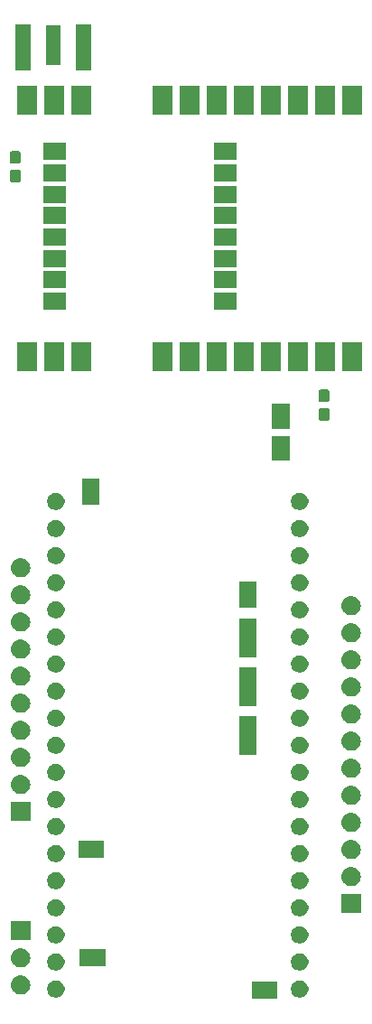
<source format=gts>
G04 #@! TF.GenerationSoftware,KiCad,Pcbnew,5.0.2+dfsg1-1*
G04 #@! TF.CreationDate,2021-11-22T09:36:44+02:00*
G04 #@! TF.ProjectId,lora_tracker,6c6f7261-5f74-4726-9163-6b65722e6b69,rev?*
G04 #@! TF.SameCoordinates,Original*
G04 #@! TF.FileFunction,Soldermask,Top*
G04 #@! TF.FilePolarity,Negative*
%FSLAX46Y46*%
G04 Gerber Fmt 4.6, Leading zero omitted, Abs format (unit mm)*
G04 Created by KiCad (PCBNEW 5.0.2+dfsg1-1) date Mon 22 Nov 2021 09:36:44 AM EET*
%MOMM*%
%LPD*%
G01*
G04 APERTURE LIST*
%ADD10C,0.150000*%
G04 APERTURE END LIST*
D10*
G36*
X103309000Y-134913000D02*
X100907000Y-134913000D01*
X100907000Y-133311000D01*
X103309000Y-133311000D01*
X103309000Y-134913000D01*
X103309000Y-134913000D01*
G37*
G36*
X105647142Y-133203242D02*
X105761583Y-133250646D01*
X105778213Y-133257534D01*
X105795102Y-133264530D01*
X105928258Y-133353502D01*
X106041498Y-133466742D01*
X106130470Y-133599898D01*
X106191758Y-133747858D01*
X106223000Y-133904925D01*
X106223000Y-134065075D01*
X106191758Y-134222142D01*
X106130470Y-134370102D01*
X106041498Y-134503258D01*
X105928258Y-134616498D01*
X105795102Y-134705470D01*
X105647142Y-134766758D01*
X105490075Y-134798000D01*
X105329925Y-134798000D01*
X105172858Y-134766758D01*
X105024898Y-134705470D01*
X104891742Y-134616498D01*
X104778502Y-134503258D01*
X104689530Y-134370102D01*
X104628242Y-134222142D01*
X104597000Y-134065075D01*
X104597000Y-133904925D01*
X104628242Y-133747858D01*
X104689530Y-133599898D01*
X104778502Y-133466742D01*
X104891742Y-133353502D01*
X105024898Y-133264530D01*
X105041788Y-133257534D01*
X105058417Y-133250646D01*
X105172858Y-133203242D01*
X105329925Y-133172000D01*
X105490075Y-133172000D01*
X105647142Y-133203242D01*
X105647142Y-133203242D01*
G37*
G36*
X82787142Y-133203242D02*
X82901583Y-133250646D01*
X82918213Y-133257534D01*
X82935102Y-133264530D01*
X83068258Y-133353502D01*
X83181498Y-133466742D01*
X83270470Y-133599898D01*
X83331758Y-133747858D01*
X83363000Y-133904925D01*
X83363000Y-134065075D01*
X83331758Y-134222142D01*
X83270470Y-134370102D01*
X83181498Y-134503258D01*
X83068258Y-134616498D01*
X82935102Y-134705470D01*
X82787142Y-134766758D01*
X82630075Y-134798000D01*
X82469925Y-134798000D01*
X82312858Y-134766758D01*
X82164898Y-134705470D01*
X82031742Y-134616498D01*
X81918502Y-134503258D01*
X81829530Y-134370102D01*
X81768242Y-134222142D01*
X81737000Y-134065075D01*
X81737000Y-133904925D01*
X81768242Y-133747858D01*
X81829530Y-133599898D01*
X81918502Y-133466742D01*
X82031742Y-133353502D01*
X82164898Y-133264530D01*
X82181788Y-133257534D01*
X82198417Y-133250646D01*
X82312858Y-133203242D01*
X82469925Y-133172000D01*
X82630075Y-133172000D01*
X82787142Y-133203242D01*
X82787142Y-133203242D01*
G37*
G36*
X79358442Y-132709518D02*
X79424627Y-132716037D01*
X79537853Y-132750384D01*
X79594467Y-132767557D01*
X79733087Y-132841652D01*
X79750991Y-132851222D01*
X79786729Y-132880552D01*
X79888186Y-132963814D01*
X79971448Y-133065271D01*
X80000778Y-133101009D01*
X80000779Y-133101011D01*
X80084443Y-133257533D01*
X80084443Y-133257534D01*
X80135963Y-133427373D01*
X80153359Y-133604000D01*
X80135963Y-133780627D01*
X80101616Y-133893853D01*
X80084443Y-133950467D01*
X80023183Y-134065074D01*
X80000778Y-134106991D01*
X79971448Y-134142729D01*
X79888186Y-134244186D01*
X79786729Y-134327448D01*
X79750991Y-134356778D01*
X79750989Y-134356779D01*
X79594467Y-134440443D01*
X79537853Y-134457616D01*
X79424627Y-134491963D01*
X79358442Y-134498482D01*
X79292260Y-134505000D01*
X79203740Y-134505000D01*
X79137558Y-134498482D01*
X79071373Y-134491963D01*
X78958147Y-134457616D01*
X78901533Y-134440443D01*
X78745011Y-134356779D01*
X78745009Y-134356778D01*
X78709271Y-134327448D01*
X78607814Y-134244186D01*
X78524552Y-134142729D01*
X78495222Y-134106991D01*
X78472817Y-134065074D01*
X78411557Y-133950467D01*
X78394384Y-133893853D01*
X78360037Y-133780627D01*
X78342641Y-133604000D01*
X78360037Y-133427373D01*
X78411557Y-133257534D01*
X78411557Y-133257533D01*
X78495221Y-133101011D01*
X78495222Y-133101009D01*
X78524552Y-133065271D01*
X78607814Y-132963814D01*
X78709271Y-132880552D01*
X78745009Y-132851222D01*
X78762913Y-132841652D01*
X78901533Y-132767557D01*
X78958147Y-132750384D01*
X79071373Y-132716037D01*
X79137558Y-132709518D01*
X79203740Y-132703000D01*
X79292260Y-132703000D01*
X79358442Y-132709518D01*
X79358442Y-132709518D01*
G37*
G36*
X82787142Y-130663242D02*
X82901583Y-130710646D01*
X82918213Y-130717534D01*
X82935102Y-130724530D01*
X83068258Y-130813502D01*
X83181498Y-130926742D01*
X83270470Y-131059898D01*
X83331758Y-131207858D01*
X83363000Y-131364925D01*
X83363000Y-131525075D01*
X83331758Y-131682142D01*
X83270470Y-131830102D01*
X83181498Y-131963258D01*
X83068258Y-132076498D01*
X82935102Y-132165470D01*
X82787142Y-132226758D01*
X82630075Y-132258000D01*
X82469925Y-132258000D01*
X82312858Y-132226758D01*
X82164898Y-132165470D01*
X82031742Y-132076498D01*
X81918502Y-131963258D01*
X81829530Y-131830102D01*
X81768242Y-131682142D01*
X81737000Y-131525075D01*
X81737000Y-131364925D01*
X81768242Y-131207858D01*
X81829530Y-131059898D01*
X81918502Y-130926742D01*
X82031742Y-130813502D01*
X82164898Y-130724530D01*
X82181788Y-130717534D01*
X82198417Y-130710646D01*
X82312858Y-130663242D01*
X82469925Y-130632000D01*
X82630075Y-130632000D01*
X82787142Y-130663242D01*
X82787142Y-130663242D01*
G37*
G36*
X105647142Y-130663242D02*
X105761583Y-130710646D01*
X105778213Y-130717534D01*
X105795102Y-130724530D01*
X105928258Y-130813502D01*
X106041498Y-130926742D01*
X106130470Y-131059898D01*
X106191758Y-131207858D01*
X106223000Y-131364925D01*
X106223000Y-131525075D01*
X106191758Y-131682142D01*
X106130470Y-131830102D01*
X106041498Y-131963258D01*
X105928258Y-132076498D01*
X105795102Y-132165470D01*
X105647142Y-132226758D01*
X105490075Y-132258000D01*
X105329925Y-132258000D01*
X105172858Y-132226758D01*
X105024898Y-132165470D01*
X104891742Y-132076498D01*
X104778502Y-131963258D01*
X104689530Y-131830102D01*
X104628242Y-131682142D01*
X104597000Y-131525075D01*
X104597000Y-131364925D01*
X104628242Y-131207858D01*
X104689530Y-131059898D01*
X104778502Y-130926742D01*
X104891742Y-130813502D01*
X105024898Y-130724530D01*
X105041788Y-130717534D01*
X105058417Y-130710646D01*
X105172858Y-130663242D01*
X105329925Y-130632000D01*
X105490075Y-130632000D01*
X105647142Y-130663242D01*
X105647142Y-130663242D01*
G37*
G36*
X79358442Y-130169518D02*
X79424627Y-130176037D01*
X79537853Y-130210384D01*
X79594467Y-130227557D01*
X79660775Y-130263000D01*
X79750991Y-130311222D01*
X79786729Y-130340552D01*
X79888186Y-130423814D01*
X79971448Y-130525271D01*
X80000778Y-130561009D01*
X80000779Y-130561011D01*
X80084443Y-130717533D01*
X80084443Y-130717534D01*
X80135963Y-130887373D01*
X80153359Y-131064000D01*
X80135963Y-131240627D01*
X80101616Y-131353853D01*
X80084443Y-131410467D01*
X80023183Y-131525074D01*
X80000778Y-131566991D01*
X79971448Y-131602729D01*
X79888186Y-131704186D01*
X79786729Y-131787448D01*
X79750991Y-131816778D01*
X79750989Y-131816779D01*
X79594467Y-131900443D01*
X79537853Y-131917616D01*
X79424627Y-131951963D01*
X79358443Y-131958481D01*
X79292260Y-131965000D01*
X79203740Y-131965000D01*
X79137557Y-131958481D01*
X79071373Y-131951963D01*
X78958147Y-131917616D01*
X78901533Y-131900443D01*
X78745011Y-131816779D01*
X78745009Y-131816778D01*
X78709271Y-131787448D01*
X78607814Y-131704186D01*
X78524552Y-131602729D01*
X78495222Y-131566991D01*
X78472817Y-131525074D01*
X78411557Y-131410467D01*
X78394384Y-131353853D01*
X78360037Y-131240627D01*
X78342641Y-131064000D01*
X78360037Y-130887373D01*
X78411557Y-130717534D01*
X78411557Y-130717533D01*
X78495221Y-130561011D01*
X78495222Y-130561009D01*
X78524552Y-130525271D01*
X78607814Y-130423814D01*
X78709271Y-130340552D01*
X78745009Y-130311222D01*
X78835225Y-130263000D01*
X78901533Y-130227557D01*
X78958147Y-130210384D01*
X79071373Y-130176037D01*
X79137558Y-130169518D01*
X79203740Y-130163000D01*
X79292260Y-130163000D01*
X79358442Y-130169518D01*
X79358442Y-130169518D01*
G37*
G36*
X87195000Y-131865000D02*
X84793000Y-131865000D01*
X84793000Y-130263000D01*
X87195000Y-130263000D01*
X87195000Y-131865000D01*
X87195000Y-131865000D01*
G37*
G36*
X82787142Y-128123242D02*
X82935102Y-128184530D01*
X83068258Y-128273502D01*
X83181498Y-128386742D01*
X83270470Y-128519898D01*
X83331758Y-128667858D01*
X83363000Y-128824925D01*
X83363000Y-128985075D01*
X83331758Y-129142142D01*
X83270470Y-129290102D01*
X83181498Y-129423258D01*
X83068258Y-129536498D01*
X82935102Y-129625470D01*
X82787142Y-129686758D01*
X82630075Y-129718000D01*
X82469925Y-129718000D01*
X82312858Y-129686758D01*
X82164898Y-129625470D01*
X82031742Y-129536498D01*
X81918502Y-129423258D01*
X81829530Y-129290102D01*
X81768242Y-129142142D01*
X81737000Y-128985075D01*
X81737000Y-128824925D01*
X81768242Y-128667858D01*
X81829530Y-128519898D01*
X81918502Y-128386742D01*
X82031742Y-128273502D01*
X82164898Y-128184530D01*
X82312858Y-128123242D01*
X82469925Y-128092000D01*
X82630075Y-128092000D01*
X82787142Y-128123242D01*
X82787142Y-128123242D01*
G37*
G36*
X105647142Y-128123242D02*
X105795102Y-128184530D01*
X105928258Y-128273502D01*
X106041498Y-128386742D01*
X106130470Y-128519898D01*
X106191758Y-128667858D01*
X106223000Y-128824925D01*
X106223000Y-128985075D01*
X106191758Y-129142142D01*
X106130470Y-129290102D01*
X106041498Y-129423258D01*
X105928258Y-129536498D01*
X105795102Y-129625470D01*
X105647142Y-129686758D01*
X105490075Y-129718000D01*
X105329925Y-129718000D01*
X105172858Y-129686758D01*
X105024898Y-129625470D01*
X104891742Y-129536498D01*
X104778502Y-129423258D01*
X104689530Y-129290102D01*
X104628242Y-129142142D01*
X104597000Y-128985075D01*
X104597000Y-128824925D01*
X104628242Y-128667858D01*
X104689530Y-128519898D01*
X104778502Y-128386742D01*
X104891742Y-128273502D01*
X105024898Y-128184530D01*
X105172858Y-128123242D01*
X105329925Y-128092000D01*
X105490075Y-128092000D01*
X105647142Y-128123242D01*
X105647142Y-128123242D01*
G37*
G36*
X80149000Y-129425000D02*
X78347000Y-129425000D01*
X78347000Y-127623000D01*
X80149000Y-127623000D01*
X80149000Y-129425000D01*
X80149000Y-129425000D01*
G37*
G36*
X105647142Y-125583242D02*
X105795102Y-125644530D01*
X105928258Y-125733502D01*
X106041498Y-125846742D01*
X106130470Y-125979898D01*
X106191758Y-126127858D01*
X106223000Y-126284925D01*
X106223000Y-126445075D01*
X106191758Y-126602142D01*
X106130470Y-126750102D01*
X106041498Y-126883258D01*
X105928258Y-126996498D01*
X105795102Y-127085470D01*
X105647142Y-127146758D01*
X105490075Y-127178000D01*
X105329925Y-127178000D01*
X105172858Y-127146758D01*
X105024898Y-127085470D01*
X104891742Y-126996498D01*
X104778502Y-126883258D01*
X104689530Y-126750102D01*
X104628242Y-126602142D01*
X104597000Y-126445075D01*
X104597000Y-126284925D01*
X104628242Y-126127858D01*
X104689530Y-125979898D01*
X104778502Y-125846742D01*
X104891742Y-125733502D01*
X105024898Y-125644530D01*
X105172858Y-125583242D01*
X105329925Y-125552000D01*
X105490075Y-125552000D01*
X105647142Y-125583242D01*
X105647142Y-125583242D01*
G37*
G36*
X82787142Y-125583242D02*
X82935102Y-125644530D01*
X83068258Y-125733502D01*
X83181498Y-125846742D01*
X83270470Y-125979898D01*
X83331758Y-126127858D01*
X83363000Y-126284925D01*
X83363000Y-126445075D01*
X83331758Y-126602142D01*
X83270470Y-126750102D01*
X83181498Y-126883258D01*
X83068258Y-126996498D01*
X82935102Y-127085470D01*
X82787142Y-127146758D01*
X82630075Y-127178000D01*
X82469925Y-127178000D01*
X82312858Y-127146758D01*
X82164898Y-127085470D01*
X82031742Y-126996498D01*
X81918502Y-126883258D01*
X81829530Y-126750102D01*
X81768242Y-126602142D01*
X81737000Y-126445075D01*
X81737000Y-126284925D01*
X81768242Y-126127858D01*
X81829530Y-125979898D01*
X81918502Y-125846742D01*
X82031742Y-125733502D01*
X82164898Y-125644530D01*
X82312858Y-125583242D01*
X82469925Y-125552000D01*
X82630075Y-125552000D01*
X82787142Y-125583242D01*
X82787142Y-125583242D01*
G37*
G36*
X111137000Y-126885000D02*
X109335000Y-126885000D01*
X109335000Y-125083000D01*
X111137000Y-125083000D01*
X111137000Y-126885000D01*
X111137000Y-126885000D01*
G37*
G36*
X105647142Y-123043242D02*
X105761583Y-123090646D01*
X105778213Y-123097534D01*
X105795102Y-123104530D01*
X105928258Y-123193502D01*
X106041498Y-123306742D01*
X106130470Y-123439898D01*
X106191758Y-123587858D01*
X106223000Y-123744925D01*
X106223000Y-123905075D01*
X106191758Y-124062142D01*
X106130470Y-124210102D01*
X106041498Y-124343258D01*
X105928258Y-124456498D01*
X105795102Y-124545470D01*
X105647142Y-124606758D01*
X105490075Y-124638000D01*
X105329925Y-124638000D01*
X105172858Y-124606758D01*
X105024898Y-124545470D01*
X104891742Y-124456498D01*
X104778502Y-124343258D01*
X104689530Y-124210102D01*
X104628242Y-124062142D01*
X104597000Y-123905075D01*
X104597000Y-123744925D01*
X104628242Y-123587858D01*
X104689530Y-123439898D01*
X104778502Y-123306742D01*
X104891742Y-123193502D01*
X105024898Y-123104530D01*
X105041788Y-123097534D01*
X105058417Y-123090646D01*
X105172858Y-123043242D01*
X105329925Y-123012000D01*
X105490075Y-123012000D01*
X105647142Y-123043242D01*
X105647142Y-123043242D01*
G37*
G36*
X82787142Y-123043242D02*
X82901583Y-123090646D01*
X82918213Y-123097534D01*
X82935102Y-123104530D01*
X83068258Y-123193502D01*
X83181498Y-123306742D01*
X83270470Y-123439898D01*
X83331758Y-123587858D01*
X83363000Y-123744925D01*
X83363000Y-123905075D01*
X83331758Y-124062142D01*
X83270470Y-124210102D01*
X83181498Y-124343258D01*
X83068258Y-124456498D01*
X82935102Y-124545470D01*
X82787142Y-124606758D01*
X82630075Y-124638000D01*
X82469925Y-124638000D01*
X82312858Y-124606758D01*
X82164898Y-124545470D01*
X82031742Y-124456498D01*
X81918502Y-124343258D01*
X81829530Y-124210102D01*
X81768242Y-124062142D01*
X81737000Y-123905075D01*
X81737000Y-123744925D01*
X81768242Y-123587858D01*
X81829530Y-123439898D01*
X81918502Y-123306742D01*
X82031742Y-123193502D01*
X82164898Y-123104530D01*
X82181788Y-123097534D01*
X82198417Y-123090646D01*
X82312858Y-123043242D01*
X82469925Y-123012000D01*
X82630075Y-123012000D01*
X82787142Y-123043242D01*
X82787142Y-123043242D01*
G37*
G36*
X110346443Y-122549519D02*
X110412627Y-122556037D01*
X110525853Y-122590384D01*
X110582467Y-122607557D01*
X110721087Y-122681652D01*
X110738991Y-122691222D01*
X110774729Y-122720552D01*
X110876186Y-122803814D01*
X110959448Y-122905271D01*
X110988778Y-122941009D01*
X110988779Y-122941011D01*
X111072443Y-123097533D01*
X111072443Y-123097534D01*
X111123963Y-123267373D01*
X111141359Y-123444000D01*
X111123963Y-123620627D01*
X111089616Y-123733853D01*
X111072443Y-123790467D01*
X111011183Y-123905074D01*
X110988778Y-123946991D01*
X110959448Y-123982729D01*
X110876186Y-124084186D01*
X110774729Y-124167448D01*
X110738991Y-124196778D01*
X110738989Y-124196779D01*
X110582467Y-124280443D01*
X110525853Y-124297616D01*
X110412627Y-124331963D01*
X110346442Y-124338482D01*
X110280260Y-124345000D01*
X110191740Y-124345000D01*
X110125558Y-124338482D01*
X110059373Y-124331963D01*
X109946147Y-124297616D01*
X109889533Y-124280443D01*
X109733011Y-124196779D01*
X109733009Y-124196778D01*
X109697271Y-124167448D01*
X109595814Y-124084186D01*
X109512552Y-123982729D01*
X109483222Y-123946991D01*
X109460817Y-123905074D01*
X109399557Y-123790467D01*
X109382384Y-123733853D01*
X109348037Y-123620627D01*
X109330641Y-123444000D01*
X109348037Y-123267373D01*
X109399557Y-123097534D01*
X109399557Y-123097533D01*
X109483221Y-122941011D01*
X109483222Y-122941009D01*
X109512552Y-122905271D01*
X109595814Y-122803814D01*
X109697271Y-122720552D01*
X109733009Y-122691222D01*
X109750913Y-122681652D01*
X109889533Y-122607557D01*
X109946147Y-122590384D01*
X110059373Y-122556037D01*
X110125557Y-122549519D01*
X110191740Y-122543000D01*
X110280260Y-122543000D01*
X110346443Y-122549519D01*
X110346443Y-122549519D01*
G37*
G36*
X105647142Y-120503242D02*
X105761583Y-120550646D01*
X105778213Y-120557534D01*
X105795102Y-120564530D01*
X105928258Y-120653502D01*
X106041498Y-120766742D01*
X106130470Y-120899898D01*
X106191758Y-121047858D01*
X106223000Y-121204925D01*
X106223000Y-121365075D01*
X106191758Y-121522142D01*
X106130470Y-121670102D01*
X106041498Y-121803258D01*
X105928258Y-121916498D01*
X105795102Y-122005470D01*
X105647142Y-122066758D01*
X105490075Y-122098000D01*
X105329925Y-122098000D01*
X105172858Y-122066758D01*
X105024898Y-122005470D01*
X104891742Y-121916498D01*
X104778502Y-121803258D01*
X104689530Y-121670102D01*
X104628242Y-121522142D01*
X104597000Y-121365075D01*
X104597000Y-121204925D01*
X104628242Y-121047858D01*
X104689530Y-120899898D01*
X104778502Y-120766742D01*
X104891742Y-120653502D01*
X105024898Y-120564530D01*
X105041788Y-120557534D01*
X105058417Y-120550646D01*
X105172858Y-120503242D01*
X105329925Y-120472000D01*
X105490075Y-120472000D01*
X105647142Y-120503242D01*
X105647142Y-120503242D01*
G37*
G36*
X82787142Y-120503242D02*
X82901583Y-120550646D01*
X82918213Y-120557534D01*
X82935102Y-120564530D01*
X83068258Y-120653502D01*
X83181498Y-120766742D01*
X83270470Y-120899898D01*
X83331758Y-121047858D01*
X83363000Y-121204925D01*
X83363000Y-121365075D01*
X83331758Y-121522142D01*
X83270470Y-121670102D01*
X83181498Y-121803258D01*
X83068258Y-121916498D01*
X82935102Y-122005470D01*
X82787142Y-122066758D01*
X82630075Y-122098000D01*
X82469925Y-122098000D01*
X82312858Y-122066758D01*
X82164898Y-122005470D01*
X82031742Y-121916498D01*
X81918502Y-121803258D01*
X81829530Y-121670102D01*
X81768242Y-121522142D01*
X81737000Y-121365075D01*
X81737000Y-121204925D01*
X81768242Y-121047858D01*
X81829530Y-120899898D01*
X81918502Y-120766742D01*
X82031742Y-120653502D01*
X82164898Y-120564530D01*
X82181788Y-120557534D01*
X82198417Y-120550646D01*
X82312858Y-120503242D01*
X82469925Y-120472000D01*
X82630075Y-120472000D01*
X82787142Y-120503242D01*
X82787142Y-120503242D01*
G37*
G36*
X110346443Y-120009519D02*
X110412627Y-120016037D01*
X110525853Y-120050384D01*
X110582467Y-120067557D01*
X110648775Y-120103000D01*
X110738991Y-120151222D01*
X110774729Y-120180552D01*
X110876186Y-120263814D01*
X110959448Y-120365271D01*
X110988778Y-120401009D01*
X110988779Y-120401011D01*
X111072443Y-120557533D01*
X111072443Y-120557534D01*
X111123963Y-120727373D01*
X111141359Y-120904000D01*
X111123963Y-121080627D01*
X111089616Y-121193853D01*
X111072443Y-121250467D01*
X111011183Y-121365074D01*
X110988778Y-121406991D01*
X110959448Y-121442729D01*
X110876186Y-121544186D01*
X110774729Y-121627448D01*
X110738991Y-121656778D01*
X110738989Y-121656779D01*
X110582467Y-121740443D01*
X110525853Y-121757616D01*
X110412627Y-121791963D01*
X110346442Y-121798482D01*
X110280260Y-121805000D01*
X110191740Y-121805000D01*
X110125558Y-121798482D01*
X110059373Y-121791963D01*
X109946147Y-121757616D01*
X109889533Y-121740443D01*
X109733011Y-121656779D01*
X109733009Y-121656778D01*
X109697271Y-121627448D01*
X109595814Y-121544186D01*
X109512552Y-121442729D01*
X109483222Y-121406991D01*
X109460817Y-121365074D01*
X109399557Y-121250467D01*
X109382384Y-121193853D01*
X109348037Y-121080627D01*
X109330641Y-120904000D01*
X109348037Y-120727373D01*
X109399557Y-120557534D01*
X109399557Y-120557533D01*
X109483221Y-120401011D01*
X109483222Y-120401009D01*
X109512552Y-120365271D01*
X109595814Y-120263814D01*
X109697271Y-120180552D01*
X109733009Y-120151222D01*
X109823225Y-120103000D01*
X109889533Y-120067557D01*
X109946147Y-120050384D01*
X110059373Y-120016037D01*
X110125557Y-120009519D01*
X110191740Y-120003000D01*
X110280260Y-120003000D01*
X110346443Y-120009519D01*
X110346443Y-120009519D01*
G37*
G36*
X87053000Y-121705000D02*
X84651000Y-121705000D01*
X84651000Y-120103000D01*
X87053000Y-120103000D01*
X87053000Y-121705000D01*
X87053000Y-121705000D01*
G37*
G36*
X82787142Y-117963242D02*
X82901583Y-118010646D01*
X82918213Y-118017534D01*
X82935102Y-118024530D01*
X83002130Y-118069317D01*
X83068257Y-118113501D01*
X83181499Y-118226743D01*
X83225683Y-118292870D01*
X83270470Y-118359898D01*
X83331758Y-118507858D01*
X83363000Y-118664925D01*
X83363000Y-118825075D01*
X83331758Y-118982142D01*
X83270470Y-119130102D01*
X83181498Y-119263258D01*
X83068258Y-119376498D01*
X82935102Y-119465470D01*
X82787142Y-119526758D01*
X82630075Y-119558000D01*
X82469925Y-119558000D01*
X82312858Y-119526758D01*
X82164898Y-119465470D01*
X82031742Y-119376498D01*
X81918502Y-119263258D01*
X81829530Y-119130102D01*
X81768242Y-118982142D01*
X81737000Y-118825075D01*
X81737000Y-118664925D01*
X81768242Y-118507858D01*
X81829530Y-118359898D01*
X81874317Y-118292870D01*
X81918501Y-118226743D01*
X82031743Y-118113501D01*
X82097870Y-118069317D01*
X82164898Y-118024530D01*
X82181788Y-118017534D01*
X82198417Y-118010646D01*
X82312858Y-117963242D01*
X82469925Y-117932000D01*
X82630075Y-117932000D01*
X82787142Y-117963242D01*
X82787142Y-117963242D01*
G37*
G36*
X105647142Y-117963242D02*
X105761583Y-118010646D01*
X105778213Y-118017534D01*
X105795102Y-118024530D01*
X105862130Y-118069317D01*
X105928257Y-118113501D01*
X106041499Y-118226743D01*
X106085683Y-118292870D01*
X106130470Y-118359898D01*
X106191758Y-118507858D01*
X106223000Y-118664925D01*
X106223000Y-118825075D01*
X106191758Y-118982142D01*
X106130470Y-119130102D01*
X106041498Y-119263258D01*
X105928258Y-119376498D01*
X105795102Y-119465470D01*
X105647142Y-119526758D01*
X105490075Y-119558000D01*
X105329925Y-119558000D01*
X105172858Y-119526758D01*
X105024898Y-119465470D01*
X104891742Y-119376498D01*
X104778502Y-119263258D01*
X104689530Y-119130102D01*
X104628242Y-118982142D01*
X104597000Y-118825075D01*
X104597000Y-118664925D01*
X104628242Y-118507858D01*
X104689530Y-118359898D01*
X104734317Y-118292870D01*
X104778501Y-118226743D01*
X104891743Y-118113501D01*
X104957870Y-118069317D01*
X105024898Y-118024530D01*
X105041788Y-118017534D01*
X105058417Y-118010646D01*
X105172858Y-117963242D01*
X105329925Y-117932000D01*
X105490075Y-117932000D01*
X105647142Y-117963242D01*
X105647142Y-117963242D01*
G37*
G36*
X110346442Y-117469518D02*
X110412627Y-117476037D01*
X110525853Y-117510384D01*
X110582467Y-117527557D01*
X110721087Y-117601652D01*
X110738991Y-117611222D01*
X110774729Y-117640552D01*
X110876186Y-117723814D01*
X110959448Y-117825271D01*
X110988778Y-117861009D01*
X110988779Y-117861011D01*
X111072443Y-118017533D01*
X111072443Y-118017534D01*
X111123963Y-118187373D01*
X111141359Y-118364000D01*
X111123963Y-118540627D01*
X111089616Y-118653853D01*
X111072443Y-118710467D01*
X111011183Y-118825074D01*
X110988778Y-118866991D01*
X110959448Y-118902729D01*
X110876186Y-119004186D01*
X110774729Y-119087448D01*
X110738991Y-119116778D01*
X110738989Y-119116779D01*
X110582467Y-119200443D01*
X110525853Y-119217616D01*
X110412627Y-119251963D01*
X110346443Y-119258481D01*
X110280260Y-119265000D01*
X110191740Y-119265000D01*
X110125557Y-119258481D01*
X110059373Y-119251963D01*
X109946147Y-119217616D01*
X109889533Y-119200443D01*
X109733011Y-119116779D01*
X109733009Y-119116778D01*
X109697271Y-119087448D01*
X109595814Y-119004186D01*
X109512552Y-118902729D01*
X109483222Y-118866991D01*
X109460817Y-118825074D01*
X109399557Y-118710467D01*
X109382384Y-118653853D01*
X109348037Y-118540627D01*
X109330641Y-118364000D01*
X109348037Y-118187373D01*
X109399557Y-118017534D01*
X109399557Y-118017533D01*
X109483221Y-117861011D01*
X109483222Y-117861009D01*
X109512552Y-117825271D01*
X109595814Y-117723814D01*
X109697271Y-117640552D01*
X109733009Y-117611222D01*
X109750913Y-117601652D01*
X109889533Y-117527557D01*
X109946147Y-117510384D01*
X110059373Y-117476037D01*
X110125558Y-117469518D01*
X110191740Y-117463000D01*
X110280260Y-117463000D01*
X110346442Y-117469518D01*
X110346442Y-117469518D01*
G37*
G36*
X80149000Y-118249000D02*
X78347000Y-118249000D01*
X78347000Y-116447000D01*
X80149000Y-116447000D01*
X80149000Y-118249000D01*
X80149000Y-118249000D01*
G37*
G36*
X82787142Y-115423242D02*
X82847361Y-115448186D01*
X82918213Y-115477534D01*
X82935102Y-115484530D01*
X83002130Y-115529317D01*
X83068257Y-115573501D01*
X83181499Y-115686743D01*
X83225683Y-115752870D01*
X83270470Y-115819898D01*
X83331758Y-115967858D01*
X83363000Y-116124925D01*
X83363000Y-116285075D01*
X83331758Y-116442142D01*
X83270470Y-116590102D01*
X83181498Y-116723258D01*
X83068258Y-116836498D01*
X82935102Y-116925470D01*
X82787142Y-116986758D01*
X82630075Y-117018000D01*
X82469925Y-117018000D01*
X82312858Y-116986758D01*
X82164898Y-116925470D01*
X82031742Y-116836498D01*
X81918502Y-116723258D01*
X81829530Y-116590102D01*
X81768242Y-116442142D01*
X81737000Y-116285075D01*
X81737000Y-116124925D01*
X81768242Y-115967858D01*
X81829530Y-115819898D01*
X81874317Y-115752870D01*
X81918501Y-115686743D01*
X82031743Y-115573501D01*
X82097870Y-115529317D01*
X82164898Y-115484530D01*
X82181788Y-115477534D01*
X82252639Y-115448186D01*
X82312858Y-115423242D01*
X82469925Y-115392000D01*
X82630075Y-115392000D01*
X82787142Y-115423242D01*
X82787142Y-115423242D01*
G37*
G36*
X105647142Y-115423242D02*
X105707361Y-115448186D01*
X105778213Y-115477534D01*
X105795102Y-115484530D01*
X105862130Y-115529317D01*
X105928257Y-115573501D01*
X106041499Y-115686743D01*
X106085683Y-115752870D01*
X106130470Y-115819898D01*
X106191758Y-115967858D01*
X106223000Y-116124925D01*
X106223000Y-116285075D01*
X106191758Y-116442142D01*
X106130470Y-116590102D01*
X106041498Y-116723258D01*
X105928258Y-116836498D01*
X105795102Y-116925470D01*
X105647142Y-116986758D01*
X105490075Y-117018000D01*
X105329925Y-117018000D01*
X105172858Y-116986758D01*
X105024898Y-116925470D01*
X104891742Y-116836498D01*
X104778502Y-116723258D01*
X104689530Y-116590102D01*
X104628242Y-116442142D01*
X104597000Y-116285075D01*
X104597000Y-116124925D01*
X104628242Y-115967858D01*
X104689530Y-115819898D01*
X104734317Y-115752870D01*
X104778501Y-115686743D01*
X104891743Y-115573501D01*
X104957870Y-115529317D01*
X105024898Y-115484530D01*
X105041788Y-115477534D01*
X105112639Y-115448186D01*
X105172858Y-115423242D01*
X105329925Y-115392000D01*
X105490075Y-115392000D01*
X105647142Y-115423242D01*
X105647142Y-115423242D01*
G37*
G36*
X110346443Y-114929519D02*
X110412627Y-114936037D01*
X110525853Y-114970384D01*
X110582467Y-114987557D01*
X110721087Y-115061652D01*
X110738991Y-115071222D01*
X110774729Y-115100552D01*
X110876186Y-115183814D01*
X110959448Y-115285271D01*
X110988778Y-115321009D01*
X110988779Y-115321011D01*
X111072443Y-115477533D01*
X111072443Y-115477534D01*
X111123963Y-115647373D01*
X111141359Y-115824000D01*
X111123963Y-116000627D01*
X111089616Y-116113853D01*
X111072443Y-116170467D01*
X111011183Y-116285074D01*
X110988778Y-116326991D01*
X110959448Y-116362729D01*
X110876186Y-116464186D01*
X110774729Y-116547448D01*
X110738991Y-116576778D01*
X110738989Y-116576779D01*
X110582467Y-116660443D01*
X110525853Y-116677616D01*
X110412627Y-116711963D01*
X110346443Y-116718481D01*
X110280260Y-116725000D01*
X110191740Y-116725000D01*
X110125557Y-116718481D01*
X110059373Y-116711963D01*
X109946147Y-116677616D01*
X109889533Y-116660443D01*
X109733011Y-116576779D01*
X109733009Y-116576778D01*
X109697271Y-116547448D01*
X109595814Y-116464186D01*
X109512552Y-116362729D01*
X109483222Y-116326991D01*
X109460817Y-116285074D01*
X109399557Y-116170467D01*
X109382384Y-116113853D01*
X109348037Y-116000627D01*
X109330641Y-115824000D01*
X109348037Y-115647373D01*
X109399557Y-115477534D01*
X109399557Y-115477533D01*
X109483221Y-115321011D01*
X109483222Y-115321009D01*
X109512552Y-115285271D01*
X109595814Y-115183814D01*
X109697271Y-115100552D01*
X109733009Y-115071222D01*
X109750913Y-115061652D01*
X109889533Y-114987557D01*
X109946147Y-114970384D01*
X110059373Y-114936037D01*
X110125557Y-114929519D01*
X110191740Y-114923000D01*
X110280260Y-114923000D01*
X110346443Y-114929519D01*
X110346443Y-114929519D01*
G37*
G36*
X79358442Y-113913518D02*
X79424627Y-113920037D01*
X79537853Y-113954384D01*
X79594467Y-113971557D01*
X79716485Y-114036778D01*
X79750991Y-114055222D01*
X79786729Y-114084552D01*
X79888186Y-114167814D01*
X79971448Y-114269271D01*
X80000778Y-114305009D01*
X80000779Y-114305011D01*
X80084443Y-114461533D01*
X80084443Y-114461534D01*
X80135963Y-114631373D01*
X80153359Y-114808000D01*
X80135963Y-114984627D01*
X80135074Y-114987557D01*
X80084443Y-115154467D01*
X80068756Y-115183814D01*
X80000778Y-115310991D01*
X79971448Y-115346729D01*
X79888186Y-115448186D01*
X79786729Y-115531448D01*
X79750991Y-115560778D01*
X79750989Y-115560779D01*
X79594467Y-115644443D01*
X79537853Y-115661616D01*
X79424627Y-115695963D01*
X79358442Y-115702482D01*
X79292260Y-115709000D01*
X79203740Y-115709000D01*
X79137558Y-115702482D01*
X79071373Y-115695963D01*
X78958147Y-115661616D01*
X78901533Y-115644443D01*
X78745011Y-115560779D01*
X78745009Y-115560778D01*
X78709271Y-115531448D01*
X78607814Y-115448186D01*
X78524552Y-115346729D01*
X78495222Y-115310991D01*
X78427244Y-115183814D01*
X78411557Y-115154467D01*
X78360926Y-114987557D01*
X78360037Y-114984627D01*
X78342641Y-114808000D01*
X78360037Y-114631373D01*
X78411557Y-114461534D01*
X78411557Y-114461533D01*
X78495221Y-114305011D01*
X78495222Y-114305009D01*
X78524552Y-114269271D01*
X78607814Y-114167814D01*
X78709271Y-114084552D01*
X78745009Y-114055222D01*
X78779515Y-114036778D01*
X78901533Y-113971557D01*
X78958147Y-113954384D01*
X79071373Y-113920037D01*
X79137558Y-113913518D01*
X79203740Y-113907000D01*
X79292260Y-113907000D01*
X79358442Y-113913518D01*
X79358442Y-113913518D01*
G37*
G36*
X105647142Y-112883242D02*
X105707361Y-112908186D01*
X105778213Y-112937534D01*
X105795102Y-112944530D01*
X105862130Y-112989317D01*
X105928257Y-113033501D01*
X106041499Y-113146743D01*
X106085683Y-113212870D01*
X106130470Y-113279898D01*
X106191758Y-113427858D01*
X106223000Y-113584925D01*
X106223000Y-113745075D01*
X106191758Y-113902142D01*
X106130470Y-114050102D01*
X106127049Y-114055222D01*
X106041499Y-114183257D01*
X105928257Y-114296499D01*
X105862130Y-114340683D01*
X105795102Y-114385470D01*
X105647142Y-114446758D01*
X105490075Y-114478000D01*
X105329925Y-114478000D01*
X105172858Y-114446758D01*
X105024898Y-114385470D01*
X104957870Y-114340683D01*
X104891743Y-114296499D01*
X104778501Y-114183257D01*
X104692951Y-114055222D01*
X104689530Y-114050102D01*
X104628242Y-113902142D01*
X104597000Y-113745075D01*
X104597000Y-113584925D01*
X104628242Y-113427858D01*
X104689530Y-113279898D01*
X104734317Y-113212870D01*
X104778501Y-113146743D01*
X104891743Y-113033501D01*
X104957870Y-112989317D01*
X105024898Y-112944530D01*
X105041788Y-112937534D01*
X105112639Y-112908186D01*
X105172858Y-112883242D01*
X105329925Y-112852000D01*
X105490075Y-112852000D01*
X105647142Y-112883242D01*
X105647142Y-112883242D01*
G37*
G36*
X82787142Y-112883242D02*
X82847361Y-112908186D01*
X82918213Y-112937534D01*
X82935102Y-112944530D01*
X83002130Y-112989317D01*
X83068257Y-113033501D01*
X83181499Y-113146743D01*
X83225683Y-113212870D01*
X83270470Y-113279898D01*
X83331758Y-113427858D01*
X83363000Y-113584925D01*
X83363000Y-113745075D01*
X83331758Y-113902142D01*
X83270470Y-114050102D01*
X83267049Y-114055222D01*
X83181499Y-114183257D01*
X83068257Y-114296499D01*
X83002130Y-114340683D01*
X82935102Y-114385470D01*
X82787142Y-114446758D01*
X82630075Y-114478000D01*
X82469925Y-114478000D01*
X82312858Y-114446758D01*
X82164898Y-114385470D01*
X82097870Y-114340683D01*
X82031743Y-114296499D01*
X81918501Y-114183257D01*
X81832951Y-114055222D01*
X81829530Y-114050102D01*
X81768242Y-113902142D01*
X81737000Y-113745075D01*
X81737000Y-113584925D01*
X81768242Y-113427858D01*
X81829530Y-113279898D01*
X81874317Y-113212870D01*
X81918501Y-113146743D01*
X82031743Y-113033501D01*
X82097870Y-112989317D01*
X82164898Y-112944530D01*
X82181788Y-112937534D01*
X82252639Y-112908186D01*
X82312858Y-112883242D01*
X82469925Y-112852000D01*
X82630075Y-112852000D01*
X82787142Y-112883242D01*
X82787142Y-112883242D01*
G37*
G36*
X110346443Y-112389519D02*
X110412627Y-112396037D01*
X110525853Y-112430384D01*
X110582467Y-112447557D01*
X110721087Y-112521652D01*
X110738991Y-112531222D01*
X110774729Y-112560552D01*
X110876186Y-112643814D01*
X110959448Y-112745271D01*
X110988778Y-112781009D01*
X110988779Y-112781011D01*
X111072443Y-112937533D01*
X111072443Y-112937534D01*
X111123963Y-113107373D01*
X111141359Y-113284000D01*
X111123963Y-113460627D01*
X111089616Y-113573853D01*
X111072443Y-113630467D01*
X111011183Y-113745074D01*
X110988778Y-113786991D01*
X110959448Y-113822729D01*
X110876186Y-113924186D01*
X110774729Y-114007448D01*
X110738991Y-114036778D01*
X110738989Y-114036779D01*
X110582467Y-114120443D01*
X110525853Y-114137616D01*
X110412627Y-114171963D01*
X110346442Y-114178482D01*
X110280260Y-114185000D01*
X110191740Y-114185000D01*
X110125558Y-114178482D01*
X110059373Y-114171963D01*
X109946147Y-114137616D01*
X109889533Y-114120443D01*
X109733011Y-114036779D01*
X109733009Y-114036778D01*
X109697271Y-114007448D01*
X109595814Y-113924186D01*
X109512552Y-113822729D01*
X109483222Y-113786991D01*
X109460817Y-113745074D01*
X109399557Y-113630467D01*
X109382384Y-113573853D01*
X109348037Y-113460627D01*
X109330641Y-113284000D01*
X109348037Y-113107373D01*
X109399557Y-112937534D01*
X109399557Y-112937533D01*
X109483221Y-112781011D01*
X109483222Y-112781009D01*
X109512552Y-112745271D01*
X109595814Y-112643814D01*
X109697271Y-112560552D01*
X109733009Y-112531222D01*
X109750913Y-112521652D01*
X109889533Y-112447557D01*
X109946147Y-112430384D01*
X110059373Y-112396037D01*
X110125557Y-112389519D01*
X110191740Y-112383000D01*
X110280260Y-112383000D01*
X110346443Y-112389519D01*
X110346443Y-112389519D01*
G37*
G36*
X79358443Y-111373519D02*
X79424627Y-111380037D01*
X79537853Y-111414384D01*
X79594467Y-111431557D01*
X79716485Y-111496778D01*
X79750991Y-111515222D01*
X79786729Y-111544552D01*
X79888186Y-111627814D01*
X79971448Y-111729271D01*
X80000778Y-111765009D01*
X80000779Y-111765011D01*
X80084443Y-111921533D01*
X80084443Y-111921534D01*
X80135963Y-112091373D01*
X80153359Y-112268000D01*
X80135963Y-112444627D01*
X80135074Y-112447557D01*
X80084443Y-112614467D01*
X80068756Y-112643814D01*
X80000778Y-112770991D01*
X79971448Y-112806729D01*
X79888186Y-112908186D01*
X79786729Y-112991448D01*
X79750991Y-113020778D01*
X79750989Y-113020779D01*
X79594467Y-113104443D01*
X79537853Y-113121616D01*
X79424627Y-113155963D01*
X79358442Y-113162482D01*
X79292260Y-113169000D01*
X79203740Y-113169000D01*
X79137558Y-113162482D01*
X79071373Y-113155963D01*
X78958147Y-113121616D01*
X78901533Y-113104443D01*
X78745011Y-113020779D01*
X78745009Y-113020778D01*
X78709271Y-112991448D01*
X78607814Y-112908186D01*
X78524552Y-112806729D01*
X78495222Y-112770991D01*
X78427244Y-112643814D01*
X78411557Y-112614467D01*
X78360926Y-112447557D01*
X78360037Y-112444627D01*
X78342641Y-112268000D01*
X78360037Y-112091373D01*
X78411557Y-111921534D01*
X78411557Y-111921533D01*
X78495221Y-111765011D01*
X78495222Y-111765009D01*
X78524552Y-111729271D01*
X78607814Y-111627814D01*
X78709271Y-111544552D01*
X78745009Y-111515222D01*
X78779515Y-111496778D01*
X78901533Y-111431557D01*
X78958147Y-111414384D01*
X79071373Y-111380037D01*
X79137557Y-111373519D01*
X79203740Y-111367000D01*
X79292260Y-111367000D01*
X79358443Y-111373519D01*
X79358443Y-111373519D01*
G37*
G36*
X101385000Y-112087000D02*
X99783000Y-112087000D01*
X99783000Y-108385000D01*
X101385000Y-108385000D01*
X101385000Y-112087000D01*
X101385000Y-112087000D01*
G37*
G36*
X82787142Y-110343242D02*
X82847361Y-110368186D01*
X82918213Y-110397534D01*
X82935102Y-110404530D01*
X83002130Y-110449317D01*
X83068257Y-110493501D01*
X83181499Y-110606743D01*
X83225683Y-110672870D01*
X83270470Y-110739898D01*
X83331758Y-110887858D01*
X83363000Y-111044925D01*
X83363000Y-111205075D01*
X83331758Y-111362142D01*
X83270470Y-111510102D01*
X83267049Y-111515222D01*
X83181499Y-111643257D01*
X83068257Y-111756499D01*
X83002130Y-111800683D01*
X82935102Y-111845470D01*
X82787142Y-111906758D01*
X82630075Y-111938000D01*
X82469925Y-111938000D01*
X82312858Y-111906758D01*
X82164898Y-111845470D01*
X82097870Y-111800683D01*
X82031743Y-111756499D01*
X81918501Y-111643257D01*
X81832951Y-111515222D01*
X81829530Y-111510102D01*
X81768242Y-111362142D01*
X81737000Y-111205075D01*
X81737000Y-111044925D01*
X81768242Y-110887858D01*
X81829530Y-110739898D01*
X81874317Y-110672870D01*
X81918501Y-110606743D01*
X82031743Y-110493501D01*
X82097870Y-110449317D01*
X82164898Y-110404530D01*
X82181788Y-110397534D01*
X82252639Y-110368186D01*
X82312858Y-110343242D01*
X82469925Y-110312000D01*
X82630075Y-110312000D01*
X82787142Y-110343242D01*
X82787142Y-110343242D01*
G37*
G36*
X105647142Y-110343242D02*
X105707361Y-110368186D01*
X105778213Y-110397534D01*
X105795102Y-110404530D01*
X105862130Y-110449317D01*
X105928257Y-110493501D01*
X106041499Y-110606743D01*
X106085683Y-110672870D01*
X106130470Y-110739898D01*
X106191758Y-110887858D01*
X106223000Y-111044925D01*
X106223000Y-111205075D01*
X106191758Y-111362142D01*
X106130470Y-111510102D01*
X106127049Y-111515222D01*
X106041499Y-111643257D01*
X105928257Y-111756499D01*
X105862130Y-111800683D01*
X105795102Y-111845470D01*
X105647142Y-111906758D01*
X105490075Y-111938000D01*
X105329925Y-111938000D01*
X105172858Y-111906758D01*
X105024898Y-111845470D01*
X104957870Y-111800683D01*
X104891743Y-111756499D01*
X104778501Y-111643257D01*
X104692951Y-111515222D01*
X104689530Y-111510102D01*
X104628242Y-111362142D01*
X104597000Y-111205075D01*
X104597000Y-111044925D01*
X104628242Y-110887858D01*
X104689530Y-110739898D01*
X104734317Y-110672870D01*
X104778501Y-110606743D01*
X104891743Y-110493501D01*
X104957870Y-110449317D01*
X105024898Y-110404530D01*
X105041788Y-110397534D01*
X105112639Y-110368186D01*
X105172858Y-110343242D01*
X105329925Y-110312000D01*
X105490075Y-110312000D01*
X105647142Y-110343242D01*
X105647142Y-110343242D01*
G37*
G36*
X110346443Y-109849519D02*
X110412627Y-109856037D01*
X110525853Y-109890384D01*
X110582467Y-109907557D01*
X110721087Y-109981652D01*
X110738991Y-109991222D01*
X110774729Y-110020552D01*
X110876186Y-110103814D01*
X110959448Y-110205271D01*
X110988778Y-110241009D01*
X110988779Y-110241011D01*
X111072443Y-110397533D01*
X111072443Y-110397534D01*
X111123963Y-110567373D01*
X111141359Y-110744000D01*
X111123963Y-110920627D01*
X111089616Y-111033853D01*
X111072443Y-111090467D01*
X111011183Y-111205074D01*
X110988778Y-111246991D01*
X110959448Y-111282729D01*
X110876186Y-111384186D01*
X110774729Y-111467448D01*
X110738991Y-111496778D01*
X110738989Y-111496779D01*
X110582467Y-111580443D01*
X110525853Y-111597616D01*
X110412627Y-111631963D01*
X110346443Y-111638481D01*
X110280260Y-111645000D01*
X110191740Y-111645000D01*
X110125557Y-111638481D01*
X110059373Y-111631963D01*
X109946147Y-111597616D01*
X109889533Y-111580443D01*
X109733011Y-111496779D01*
X109733009Y-111496778D01*
X109697271Y-111467448D01*
X109595814Y-111384186D01*
X109512552Y-111282729D01*
X109483222Y-111246991D01*
X109460817Y-111205074D01*
X109399557Y-111090467D01*
X109382384Y-111033853D01*
X109348037Y-110920627D01*
X109330641Y-110744000D01*
X109348037Y-110567373D01*
X109399557Y-110397534D01*
X109399557Y-110397533D01*
X109483221Y-110241011D01*
X109483222Y-110241009D01*
X109512552Y-110205271D01*
X109595814Y-110103814D01*
X109697271Y-110020552D01*
X109733009Y-109991222D01*
X109750913Y-109981652D01*
X109889533Y-109907557D01*
X109946147Y-109890384D01*
X110059373Y-109856037D01*
X110125557Y-109849519D01*
X110191740Y-109843000D01*
X110280260Y-109843000D01*
X110346443Y-109849519D01*
X110346443Y-109849519D01*
G37*
G36*
X79358443Y-108833519D02*
X79424627Y-108840037D01*
X79537853Y-108874384D01*
X79594467Y-108891557D01*
X79716485Y-108956778D01*
X79750991Y-108975222D01*
X79786729Y-109004552D01*
X79888186Y-109087814D01*
X79971448Y-109189271D01*
X80000778Y-109225009D01*
X80000779Y-109225011D01*
X80084443Y-109381533D01*
X80084443Y-109381534D01*
X80135963Y-109551373D01*
X80153359Y-109728000D01*
X80135963Y-109904627D01*
X80135074Y-109907557D01*
X80084443Y-110074467D01*
X80068756Y-110103814D01*
X80000778Y-110230991D01*
X79971448Y-110266729D01*
X79888186Y-110368186D01*
X79786729Y-110451448D01*
X79750991Y-110480778D01*
X79750989Y-110480779D01*
X79594467Y-110564443D01*
X79537853Y-110581616D01*
X79424627Y-110615963D01*
X79358442Y-110622482D01*
X79292260Y-110629000D01*
X79203740Y-110629000D01*
X79137558Y-110622482D01*
X79071373Y-110615963D01*
X78958147Y-110581616D01*
X78901533Y-110564443D01*
X78745011Y-110480779D01*
X78745009Y-110480778D01*
X78709271Y-110451448D01*
X78607814Y-110368186D01*
X78524552Y-110266729D01*
X78495222Y-110230991D01*
X78427244Y-110103814D01*
X78411557Y-110074467D01*
X78360926Y-109907557D01*
X78360037Y-109904627D01*
X78342641Y-109728000D01*
X78360037Y-109551373D01*
X78411557Y-109381534D01*
X78411557Y-109381533D01*
X78495221Y-109225011D01*
X78495222Y-109225009D01*
X78524552Y-109189271D01*
X78607814Y-109087814D01*
X78709271Y-109004552D01*
X78745009Y-108975222D01*
X78779515Y-108956778D01*
X78901533Y-108891557D01*
X78958147Y-108874384D01*
X79071373Y-108840037D01*
X79137557Y-108833519D01*
X79203740Y-108827000D01*
X79292260Y-108827000D01*
X79358443Y-108833519D01*
X79358443Y-108833519D01*
G37*
G36*
X82787142Y-107803242D02*
X82847361Y-107828186D01*
X82918213Y-107857534D01*
X82935102Y-107864530D01*
X83002130Y-107909317D01*
X83068257Y-107953501D01*
X83181499Y-108066743D01*
X83225683Y-108132870D01*
X83270470Y-108199898D01*
X83331758Y-108347858D01*
X83363000Y-108504925D01*
X83363000Y-108665075D01*
X83331758Y-108822142D01*
X83270470Y-108970102D01*
X83267049Y-108975222D01*
X83181499Y-109103257D01*
X83068257Y-109216499D01*
X83002130Y-109260683D01*
X82935102Y-109305470D01*
X82787142Y-109366758D01*
X82630075Y-109398000D01*
X82469925Y-109398000D01*
X82312858Y-109366758D01*
X82164898Y-109305470D01*
X82097870Y-109260683D01*
X82031743Y-109216499D01*
X81918501Y-109103257D01*
X81832951Y-108975222D01*
X81829530Y-108970102D01*
X81768242Y-108822142D01*
X81737000Y-108665075D01*
X81737000Y-108504925D01*
X81768242Y-108347858D01*
X81829530Y-108199898D01*
X81874317Y-108132870D01*
X81918501Y-108066743D01*
X82031743Y-107953501D01*
X82097870Y-107909317D01*
X82164898Y-107864530D01*
X82181788Y-107857534D01*
X82252639Y-107828186D01*
X82312858Y-107803242D01*
X82469925Y-107772000D01*
X82630075Y-107772000D01*
X82787142Y-107803242D01*
X82787142Y-107803242D01*
G37*
G36*
X105647142Y-107803242D02*
X105707361Y-107828186D01*
X105778213Y-107857534D01*
X105795102Y-107864530D01*
X105862130Y-107909317D01*
X105928257Y-107953501D01*
X106041499Y-108066743D01*
X106085683Y-108132870D01*
X106130470Y-108199898D01*
X106191758Y-108347858D01*
X106223000Y-108504925D01*
X106223000Y-108665075D01*
X106191758Y-108822142D01*
X106130470Y-108970102D01*
X106127049Y-108975222D01*
X106041499Y-109103257D01*
X105928257Y-109216499D01*
X105862130Y-109260683D01*
X105795102Y-109305470D01*
X105647142Y-109366758D01*
X105490075Y-109398000D01*
X105329925Y-109398000D01*
X105172858Y-109366758D01*
X105024898Y-109305470D01*
X104957870Y-109260683D01*
X104891743Y-109216499D01*
X104778501Y-109103257D01*
X104692951Y-108975222D01*
X104689530Y-108970102D01*
X104628242Y-108822142D01*
X104597000Y-108665075D01*
X104597000Y-108504925D01*
X104628242Y-108347858D01*
X104689530Y-108199898D01*
X104734317Y-108132870D01*
X104778501Y-108066743D01*
X104891743Y-107953501D01*
X104957870Y-107909317D01*
X105024898Y-107864530D01*
X105041788Y-107857534D01*
X105112639Y-107828186D01*
X105172858Y-107803242D01*
X105329925Y-107772000D01*
X105490075Y-107772000D01*
X105647142Y-107803242D01*
X105647142Y-107803242D01*
G37*
G36*
X110346442Y-107309518D02*
X110412627Y-107316037D01*
X110525853Y-107350384D01*
X110582467Y-107367557D01*
X110721087Y-107441652D01*
X110738991Y-107451222D01*
X110774729Y-107480552D01*
X110876186Y-107563814D01*
X110959448Y-107665271D01*
X110988778Y-107701009D01*
X110988779Y-107701011D01*
X111072443Y-107857533D01*
X111072443Y-107857534D01*
X111123963Y-108027373D01*
X111141359Y-108204000D01*
X111123963Y-108380627D01*
X111122636Y-108385000D01*
X111072443Y-108550467D01*
X111011183Y-108665074D01*
X110988778Y-108706991D01*
X110959448Y-108742729D01*
X110876186Y-108844186D01*
X110774729Y-108927448D01*
X110738991Y-108956778D01*
X110738989Y-108956779D01*
X110582467Y-109040443D01*
X110525853Y-109057616D01*
X110412627Y-109091963D01*
X110346443Y-109098481D01*
X110280260Y-109105000D01*
X110191740Y-109105000D01*
X110125557Y-109098481D01*
X110059373Y-109091963D01*
X109946147Y-109057616D01*
X109889533Y-109040443D01*
X109733011Y-108956779D01*
X109733009Y-108956778D01*
X109697271Y-108927448D01*
X109595814Y-108844186D01*
X109512552Y-108742729D01*
X109483222Y-108706991D01*
X109460817Y-108665074D01*
X109399557Y-108550467D01*
X109349364Y-108385000D01*
X109348037Y-108380627D01*
X109330641Y-108204000D01*
X109348037Y-108027373D01*
X109399557Y-107857534D01*
X109399557Y-107857533D01*
X109483221Y-107701011D01*
X109483222Y-107701009D01*
X109512552Y-107665271D01*
X109595814Y-107563814D01*
X109697271Y-107480552D01*
X109733009Y-107451222D01*
X109750913Y-107441652D01*
X109889533Y-107367557D01*
X109946147Y-107350384D01*
X110059373Y-107316037D01*
X110125558Y-107309518D01*
X110191740Y-107303000D01*
X110280260Y-107303000D01*
X110346442Y-107309518D01*
X110346442Y-107309518D01*
G37*
G36*
X79358442Y-106293518D02*
X79424627Y-106300037D01*
X79537853Y-106334384D01*
X79594467Y-106351557D01*
X79709417Y-106413000D01*
X79750991Y-106435222D01*
X79786729Y-106464552D01*
X79888186Y-106547814D01*
X79971448Y-106649271D01*
X80000778Y-106685009D01*
X80000779Y-106685011D01*
X80084443Y-106841533D01*
X80084443Y-106841534D01*
X80135963Y-107011373D01*
X80153359Y-107188000D01*
X80135963Y-107364627D01*
X80135074Y-107367557D01*
X80084443Y-107534467D01*
X80068756Y-107563814D01*
X80000778Y-107690991D01*
X79971448Y-107726729D01*
X79888186Y-107828186D01*
X79786729Y-107911448D01*
X79750991Y-107940778D01*
X79750989Y-107940779D01*
X79594467Y-108024443D01*
X79537853Y-108041616D01*
X79424627Y-108075963D01*
X79358442Y-108082482D01*
X79292260Y-108089000D01*
X79203740Y-108089000D01*
X79137558Y-108082482D01*
X79071373Y-108075963D01*
X78958147Y-108041616D01*
X78901533Y-108024443D01*
X78745011Y-107940779D01*
X78745009Y-107940778D01*
X78709271Y-107911448D01*
X78607814Y-107828186D01*
X78524552Y-107726729D01*
X78495222Y-107690991D01*
X78427244Y-107563814D01*
X78411557Y-107534467D01*
X78360926Y-107367557D01*
X78360037Y-107364627D01*
X78342641Y-107188000D01*
X78360037Y-107011373D01*
X78411557Y-106841534D01*
X78411557Y-106841533D01*
X78495221Y-106685011D01*
X78495222Y-106685009D01*
X78524552Y-106649271D01*
X78607814Y-106547814D01*
X78709271Y-106464552D01*
X78745009Y-106435222D01*
X78786583Y-106413000D01*
X78901533Y-106351557D01*
X78958147Y-106334384D01*
X79071373Y-106300037D01*
X79137558Y-106293518D01*
X79203740Y-106287000D01*
X79292260Y-106287000D01*
X79358442Y-106293518D01*
X79358442Y-106293518D01*
G37*
G36*
X101385000Y-107515000D02*
X99783000Y-107515000D01*
X99783000Y-103813000D01*
X101385000Y-103813000D01*
X101385000Y-107515000D01*
X101385000Y-107515000D01*
G37*
G36*
X105647142Y-105263242D02*
X105707361Y-105288186D01*
X105778213Y-105317534D01*
X105795102Y-105324530D01*
X105862130Y-105369317D01*
X105928257Y-105413501D01*
X106041499Y-105526743D01*
X106085683Y-105592870D01*
X106130470Y-105659898D01*
X106191758Y-105807858D01*
X106223000Y-105964925D01*
X106223000Y-106125075D01*
X106191758Y-106282142D01*
X106130470Y-106430102D01*
X106127049Y-106435222D01*
X106041499Y-106563257D01*
X105928257Y-106676499D01*
X105862130Y-106720683D01*
X105795102Y-106765470D01*
X105647142Y-106826758D01*
X105490075Y-106858000D01*
X105329925Y-106858000D01*
X105172858Y-106826758D01*
X105024898Y-106765470D01*
X104957870Y-106720683D01*
X104891743Y-106676499D01*
X104778501Y-106563257D01*
X104692951Y-106435222D01*
X104689530Y-106430102D01*
X104628242Y-106282142D01*
X104597000Y-106125075D01*
X104597000Y-105964925D01*
X104628242Y-105807858D01*
X104689530Y-105659898D01*
X104734317Y-105592870D01*
X104778501Y-105526743D01*
X104891743Y-105413501D01*
X104957870Y-105369317D01*
X105024898Y-105324530D01*
X105041788Y-105317534D01*
X105112639Y-105288186D01*
X105172858Y-105263242D01*
X105329925Y-105232000D01*
X105490075Y-105232000D01*
X105647142Y-105263242D01*
X105647142Y-105263242D01*
G37*
G36*
X82787142Y-105263242D02*
X82847361Y-105288186D01*
X82918213Y-105317534D01*
X82935102Y-105324530D01*
X83002130Y-105369317D01*
X83068257Y-105413501D01*
X83181499Y-105526743D01*
X83225683Y-105592870D01*
X83270470Y-105659898D01*
X83331758Y-105807858D01*
X83363000Y-105964925D01*
X83363000Y-106125075D01*
X83331758Y-106282142D01*
X83270470Y-106430102D01*
X83267049Y-106435222D01*
X83181499Y-106563257D01*
X83068257Y-106676499D01*
X83002130Y-106720683D01*
X82935102Y-106765470D01*
X82787142Y-106826758D01*
X82630075Y-106858000D01*
X82469925Y-106858000D01*
X82312858Y-106826758D01*
X82164898Y-106765470D01*
X82097870Y-106720683D01*
X82031743Y-106676499D01*
X81918501Y-106563257D01*
X81832951Y-106435222D01*
X81829530Y-106430102D01*
X81768242Y-106282142D01*
X81737000Y-106125075D01*
X81737000Y-105964925D01*
X81768242Y-105807858D01*
X81829530Y-105659898D01*
X81874317Y-105592870D01*
X81918501Y-105526743D01*
X82031743Y-105413501D01*
X82097870Y-105369317D01*
X82164898Y-105324530D01*
X82181788Y-105317534D01*
X82252639Y-105288186D01*
X82312858Y-105263242D01*
X82469925Y-105232000D01*
X82630075Y-105232000D01*
X82787142Y-105263242D01*
X82787142Y-105263242D01*
G37*
G36*
X110346442Y-104769518D02*
X110412627Y-104776037D01*
X110525853Y-104810384D01*
X110582467Y-104827557D01*
X110721087Y-104901652D01*
X110738991Y-104911222D01*
X110743594Y-104915000D01*
X110876186Y-105023814D01*
X110949378Y-105113000D01*
X110988778Y-105161009D01*
X110988779Y-105161011D01*
X111072443Y-105317533D01*
X111072443Y-105317534D01*
X111123963Y-105487373D01*
X111141359Y-105664000D01*
X111123963Y-105840627D01*
X111089616Y-105953853D01*
X111072443Y-106010467D01*
X111011183Y-106125074D01*
X110988778Y-106166991D01*
X110959448Y-106202729D01*
X110876186Y-106304186D01*
X110774729Y-106387448D01*
X110738991Y-106416778D01*
X110738989Y-106416779D01*
X110582467Y-106500443D01*
X110525853Y-106517616D01*
X110412627Y-106551963D01*
X110346442Y-106558482D01*
X110280260Y-106565000D01*
X110191740Y-106565000D01*
X110125558Y-106558482D01*
X110059373Y-106551963D01*
X109946147Y-106517616D01*
X109889533Y-106500443D01*
X109733011Y-106416779D01*
X109733009Y-106416778D01*
X109697271Y-106387448D01*
X109595814Y-106304186D01*
X109512552Y-106202729D01*
X109483222Y-106166991D01*
X109460817Y-106125074D01*
X109399557Y-106010467D01*
X109382384Y-105953853D01*
X109348037Y-105840627D01*
X109330641Y-105664000D01*
X109348037Y-105487373D01*
X109399557Y-105317534D01*
X109399557Y-105317533D01*
X109483221Y-105161011D01*
X109483222Y-105161009D01*
X109522622Y-105113000D01*
X109595814Y-105023814D01*
X109728406Y-104915000D01*
X109733009Y-104911222D01*
X109750913Y-104901652D01*
X109889533Y-104827557D01*
X109946147Y-104810384D01*
X110059373Y-104776037D01*
X110125558Y-104769518D01*
X110191740Y-104763000D01*
X110280260Y-104763000D01*
X110346442Y-104769518D01*
X110346442Y-104769518D01*
G37*
G36*
X79358442Y-103753518D02*
X79424627Y-103760037D01*
X79537853Y-103794384D01*
X79594467Y-103811557D01*
X79716485Y-103876778D01*
X79750991Y-103895222D01*
X79786729Y-103924552D01*
X79888186Y-104007814D01*
X79971448Y-104109271D01*
X80000778Y-104145009D01*
X80000779Y-104145011D01*
X80084443Y-104301533D01*
X80084443Y-104301534D01*
X80135963Y-104471373D01*
X80153359Y-104648000D01*
X80135963Y-104824627D01*
X80135074Y-104827557D01*
X80084443Y-104994467D01*
X80068756Y-105023814D01*
X80000778Y-105150991D01*
X79971448Y-105186729D01*
X79888186Y-105288186D01*
X79786729Y-105371448D01*
X79750991Y-105400778D01*
X79750989Y-105400779D01*
X79594467Y-105484443D01*
X79537853Y-105501616D01*
X79424627Y-105535963D01*
X79358442Y-105542482D01*
X79292260Y-105549000D01*
X79203740Y-105549000D01*
X79137558Y-105542482D01*
X79071373Y-105535963D01*
X78958147Y-105501616D01*
X78901533Y-105484443D01*
X78745011Y-105400779D01*
X78745009Y-105400778D01*
X78709271Y-105371448D01*
X78607814Y-105288186D01*
X78524552Y-105186729D01*
X78495222Y-105150991D01*
X78427244Y-105023814D01*
X78411557Y-104994467D01*
X78360926Y-104827557D01*
X78360037Y-104824627D01*
X78342641Y-104648000D01*
X78360037Y-104471373D01*
X78411557Y-104301534D01*
X78411557Y-104301533D01*
X78495221Y-104145011D01*
X78495222Y-104145009D01*
X78524552Y-104109271D01*
X78607814Y-104007814D01*
X78709271Y-103924552D01*
X78745009Y-103895222D01*
X78779515Y-103876778D01*
X78901533Y-103811557D01*
X78958147Y-103794384D01*
X79071373Y-103760037D01*
X79137558Y-103753518D01*
X79203740Y-103747000D01*
X79292260Y-103747000D01*
X79358442Y-103753518D01*
X79358442Y-103753518D01*
G37*
G36*
X105647142Y-102723242D02*
X105707361Y-102748186D01*
X105778213Y-102777534D01*
X105795102Y-102784530D01*
X105862130Y-102829317D01*
X105928257Y-102873501D01*
X106041499Y-102986743D01*
X106085683Y-103052870D01*
X106130470Y-103119898D01*
X106191758Y-103267858D01*
X106223000Y-103424925D01*
X106223000Y-103585075D01*
X106191758Y-103742142D01*
X106130470Y-103890102D01*
X106127049Y-103895222D01*
X106041499Y-104023257D01*
X105928257Y-104136499D01*
X105862130Y-104180683D01*
X105795102Y-104225470D01*
X105647142Y-104286758D01*
X105490075Y-104318000D01*
X105329925Y-104318000D01*
X105172858Y-104286758D01*
X105024898Y-104225470D01*
X104957870Y-104180683D01*
X104891743Y-104136499D01*
X104778501Y-104023257D01*
X104692951Y-103895222D01*
X104689530Y-103890102D01*
X104628242Y-103742142D01*
X104597000Y-103585075D01*
X104597000Y-103424925D01*
X104628242Y-103267858D01*
X104689530Y-103119898D01*
X104734317Y-103052870D01*
X104778501Y-102986743D01*
X104891743Y-102873501D01*
X104957870Y-102829317D01*
X105024898Y-102784530D01*
X105041788Y-102777534D01*
X105112639Y-102748186D01*
X105172858Y-102723242D01*
X105329925Y-102692000D01*
X105490075Y-102692000D01*
X105647142Y-102723242D01*
X105647142Y-102723242D01*
G37*
G36*
X82787142Y-102723242D02*
X82847361Y-102748186D01*
X82918213Y-102777534D01*
X82935102Y-102784530D01*
X83002130Y-102829317D01*
X83068257Y-102873501D01*
X83181499Y-102986743D01*
X83225683Y-103052870D01*
X83270470Y-103119898D01*
X83331758Y-103267858D01*
X83363000Y-103424925D01*
X83363000Y-103585075D01*
X83331758Y-103742142D01*
X83270470Y-103890102D01*
X83267049Y-103895222D01*
X83181499Y-104023257D01*
X83068257Y-104136499D01*
X83002130Y-104180683D01*
X82935102Y-104225470D01*
X82787142Y-104286758D01*
X82630075Y-104318000D01*
X82469925Y-104318000D01*
X82312858Y-104286758D01*
X82164898Y-104225470D01*
X82097870Y-104180683D01*
X82031743Y-104136499D01*
X81918501Y-104023257D01*
X81832951Y-103895222D01*
X81829530Y-103890102D01*
X81768242Y-103742142D01*
X81737000Y-103585075D01*
X81737000Y-103424925D01*
X81768242Y-103267858D01*
X81829530Y-103119898D01*
X81874317Y-103052870D01*
X81918501Y-102986743D01*
X82031743Y-102873501D01*
X82097870Y-102829317D01*
X82164898Y-102784530D01*
X82181788Y-102777534D01*
X82252639Y-102748186D01*
X82312858Y-102723242D01*
X82469925Y-102692000D01*
X82630075Y-102692000D01*
X82787142Y-102723242D01*
X82787142Y-102723242D01*
G37*
G36*
X110346443Y-102229519D02*
X110412627Y-102236037D01*
X110525853Y-102270384D01*
X110582467Y-102287557D01*
X110721087Y-102361652D01*
X110738991Y-102371222D01*
X110774729Y-102400552D01*
X110876186Y-102483814D01*
X110959448Y-102585271D01*
X110988778Y-102621009D01*
X110988779Y-102621011D01*
X111072443Y-102777533D01*
X111072443Y-102777534D01*
X111123963Y-102947373D01*
X111141359Y-103124000D01*
X111123963Y-103300627D01*
X111089616Y-103413853D01*
X111072443Y-103470467D01*
X111011183Y-103585074D01*
X110988778Y-103626991D01*
X110959448Y-103662729D01*
X110876186Y-103764186D01*
X110774729Y-103847448D01*
X110738991Y-103876778D01*
X110738989Y-103876779D01*
X110582467Y-103960443D01*
X110525853Y-103977616D01*
X110412627Y-104011963D01*
X110346443Y-104018481D01*
X110280260Y-104025000D01*
X110191740Y-104025000D01*
X110125557Y-104018481D01*
X110059373Y-104011963D01*
X109946147Y-103977616D01*
X109889533Y-103960443D01*
X109733011Y-103876779D01*
X109733009Y-103876778D01*
X109697271Y-103847448D01*
X109595814Y-103764186D01*
X109512552Y-103662729D01*
X109483222Y-103626991D01*
X109460817Y-103585074D01*
X109399557Y-103470467D01*
X109382384Y-103413853D01*
X109348037Y-103300627D01*
X109330641Y-103124000D01*
X109348037Y-102947373D01*
X109399557Y-102777534D01*
X109399557Y-102777533D01*
X109483221Y-102621011D01*
X109483222Y-102621009D01*
X109512552Y-102585271D01*
X109595814Y-102483814D01*
X109697271Y-102400552D01*
X109733009Y-102371222D01*
X109750913Y-102361652D01*
X109889533Y-102287557D01*
X109946147Y-102270384D01*
X110059373Y-102236037D01*
X110125557Y-102229519D01*
X110191740Y-102223000D01*
X110280260Y-102223000D01*
X110346443Y-102229519D01*
X110346443Y-102229519D01*
G37*
G36*
X79358442Y-101213518D02*
X79424627Y-101220037D01*
X79537853Y-101254384D01*
X79594467Y-101271557D01*
X79716485Y-101336778D01*
X79750991Y-101355222D01*
X79786729Y-101384552D01*
X79888186Y-101467814D01*
X79971448Y-101569271D01*
X80000778Y-101605009D01*
X80000779Y-101605011D01*
X80084443Y-101761533D01*
X80084443Y-101761534D01*
X80135963Y-101931373D01*
X80153359Y-102108000D01*
X80135963Y-102284627D01*
X80135074Y-102287557D01*
X80084443Y-102454467D01*
X80068756Y-102483814D01*
X80000778Y-102610991D01*
X79971448Y-102646729D01*
X79888186Y-102748186D01*
X79786729Y-102831448D01*
X79750991Y-102860778D01*
X79750989Y-102860779D01*
X79594467Y-102944443D01*
X79537853Y-102961616D01*
X79424627Y-102995963D01*
X79358443Y-103002481D01*
X79292260Y-103009000D01*
X79203740Y-103009000D01*
X79137558Y-103002482D01*
X79071373Y-102995963D01*
X78958147Y-102961616D01*
X78901533Y-102944443D01*
X78745011Y-102860779D01*
X78745009Y-102860778D01*
X78709271Y-102831448D01*
X78607814Y-102748186D01*
X78524552Y-102646729D01*
X78495222Y-102610991D01*
X78427244Y-102483814D01*
X78411557Y-102454467D01*
X78360926Y-102287557D01*
X78360037Y-102284627D01*
X78342641Y-102108000D01*
X78360037Y-101931373D01*
X78411557Y-101761534D01*
X78411557Y-101761533D01*
X78495221Y-101605011D01*
X78495222Y-101605009D01*
X78524552Y-101569271D01*
X78607814Y-101467814D01*
X78709271Y-101384552D01*
X78745009Y-101355222D01*
X78779515Y-101336778D01*
X78901533Y-101271557D01*
X78958147Y-101254384D01*
X79071373Y-101220037D01*
X79137557Y-101213519D01*
X79203740Y-101207000D01*
X79292260Y-101207000D01*
X79358442Y-101213518D01*
X79358442Y-101213518D01*
G37*
G36*
X101385000Y-102943000D02*
X99783000Y-102943000D01*
X99783000Y-99241000D01*
X101385000Y-99241000D01*
X101385000Y-102943000D01*
X101385000Y-102943000D01*
G37*
G36*
X105647142Y-100183242D02*
X105707361Y-100208186D01*
X105778213Y-100237534D01*
X105795102Y-100244530D01*
X105862130Y-100289317D01*
X105928257Y-100333501D01*
X106041499Y-100446743D01*
X106085683Y-100512870D01*
X106130470Y-100579898D01*
X106191758Y-100727858D01*
X106223000Y-100884925D01*
X106223000Y-101045075D01*
X106191758Y-101202142D01*
X106130470Y-101350102D01*
X106127049Y-101355222D01*
X106041499Y-101483257D01*
X105928257Y-101596499D01*
X105862130Y-101640683D01*
X105795102Y-101685470D01*
X105647142Y-101746758D01*
X105490075Y-101778000D01*
X105329925Y-101778000D01*
X105172858Y-101746758D01*
X105024898Y-101685470D01*
X104957870Y-101640683D01*
X104891743Y-101596499D01*
X104778501Y-101483257D01*
X104692951Y-101355222D01*
X104689530Y-101350102D01*
X104628242Y-101202142D01*
X104597000Y-101045075D01*
X104597000Y-100884925D01*
X104628242Y-100727858D01*
X104689530Y-100579898D01*
X104734317Y-100512870D01*
X104778501Y-100446743D01*
X104891743Y-100333501D01*
X104957870Y-100289317D01*
X105024898Y-100244530D01*
X105041788Y-100237534D01*
X105112639Y-100208186D01*
X105172858Y-100183242D01*
X105329925Y-100152000D01*
X105490075Y-100152000D01*
X105647142Y-100183242D01*
X105647142Y-100183242D01*
G37*
G36*
X82787142Y-100183242D02*
X82847361Y-100208186D01*
X82918213Y-100237534D01*
X82935102Y-100244530D01*
X83002130Y-100289317D01*
X83068257Y-100333501D01*
X83181499Y-100446743D01*
X83225683Y-100512870D01*
X83270470Y-100579898D01*
X83331758Y-100727858D01*
X83363000Y-100884925D01*
X83363000Y-101045075D01*
X83331758Y-101202142D01*
X83270470Y-101350102D01*
X83267049Y-101355222D01*
X83181499Y-101483257D01*
X83068257Y-101596499D01*
X83002130Y-101640683D01*
X82935102Y-101685470D01*
X82787142Y-101746758D01*
X82630075Y-101778000D01*
X82469925Y-101778000D01*
X82312858Y-101746758D01*
X82164898Y-101685470D01*
X82097870Y-101640683D01*
X82031743Y-101596499D01*
X81918501Y-101483257D01*
X81832951Y-101355222D01*
X81829530Y-101350102D01*
X81768242Y-101202142D01*
X81737000Y-101045075D01*
X81737000Y-100884925D01*
X81768242Y-100727858D01*
X81829530Y-100579898D01*
X81874317Y-100512870D01*
X81918501Y-100446743D01*
X82031743Y-100333501D01*
X82097870Y-100289317D01*
X82164898Y-100244530D01*
X82181788Y-100237534D01*
X82252639Y-100208186D01*
X82312858Y-100183242D01*
X82469925Y-100152000D01*
X82630075Y-100152000D01*
X82787142Y-100183242D01*
X82787142Y-100183242D01*
G37*
G36*
X110346442Y-99689518D02*
X110412627Y-99696037D01*
X110525853Y-99730384D01*
X110582467Y-99747557D01*
X110721087Y-99821652D01*
X110738991Y-99831222D01*
X110774729Y-99860552D01*
X110876186Y-99943814D01*
X110959448Y-100045271D01*
X110988778Y-100081009D01*
X110988779Y-100081011D01*
X111072443Y-100237533D01*
X111072443Y-100237534D01*
X111123963Y-100407373D01*
X111141359Y-100584000D01*
X111123963Y-100760627D01*
X111089616Y-100873853D01*
X111072443Y-100930467D01*
X111011183Y-101045074D01*
X110988778Y-101086991D01*
X110959448Y-101122729D01*
X110876186Y-101224186D01*
X110774729Y-101307448D01*
X110738991Y-101336778D01*
X110738989Y-101336779D01*
X110582467Y-101420443D01*
X110525853Y-101437616D01*
X110412627Y-101471963D01*
X110346443Y-101478481D01*
X110280260Y-101485000D01*
X110191740Y-101485000D01*
X110125557Y-101478481D01*
X110059373Y-101471963D01*
X109946147Y-101437616D01*
X109889533Y-101420443D01*
X109733011Y-101336779D01*
X109733009Y-101336778D01*
X109697271Y-101307448D01*
X109595814Y-101224186D01*
X109512552Y-101122729D01*
X109483222Y-101086991D01*
X109460817Y-101045074D01*
X109399557Y-100930467D01*
X109382384Y-100873853D01*
X109348037Y-100760627D01*
X109330641Y-100584000D01*
X109348037Y-100407373D01*
X109399557Y-100237534D01*
X109399557Y-100237533D01*
X109483221Y-100081011D01*
X109483222Y-100081009D01*
X109512552Y-100045271D01*
X109595814Y-99943814D01*
X109697271Y-99860552D01*
X109733009Y-99831222D01*
X109750913Y-99821652D01*
X109889533Y-99747557D01*
X109946147Y-99730384D01*
X110059373Y-99696037D01*
X110125558Y-99689518D01*
X110191740Y-99683000D01*
X110280260Y-99683000D01*
X110346442Y-99689518D01*
X110346442Y-99689518D01*
G37*
G36*
X79358442Y-98673518D02*
X79424627Y-98680037D01*
X79537853Y-98714384D01*
X79594467Y-98731557D01*
X79716485Y-98796778D01*
X79750991Y-98815222D01*
X79786729Y-98844552D01*
X79888186Y-98927814D01*
X79971448Y-99029271D01*
X80000778Y-99065009D01*
X80000779Y-99065011D01*
X80084443Y-99221533D01*
X80084443Y-99221534D01*
X80135963Y-99391373D01*
X80153359Y-99568000D01*
X80135963Y-99744627D01*
X80135074Y-99747557D01*
X80084443Y-99914467D01*
X80068756Y-99943814D01*
X80000778Y-100070991D01*
X79971448Y-100106729D01*
X79888186Y-100208186D01*
X79786729Y-100291448D01*
X79750991Y-100320778D01*
X79750989Y-100320779D01*
X79594467Y-100404443D01*
X79537853Y-100421616D01*
X79424627Y-100455963D01*
X79358442Y-100462482D01*
X79292260Y-100469000D01*
X79203740Y-100469000D01*
X79137557Y-100462481D01*
X79071373Y-100455963D01*
X78958147Y-100421616D01*
X78901533Y-100404443D01*
X78745011Y-100320779D01*
X78745009Y-100320778D01*
X78709271Y-100291448D01*
X78607814Y-100208186D01*
X78524552Y-100106729D01*
X78495222Y-100070991D01*
X78427244Y-99943814D01*
X78411557Y-99914467D01*
X78360926Y-99747557D01*
X78360037Y-99744627D01*
X78342641Y-99568000D01*
X78360037Y-99391373D01*
X78411557Y-99221534D01*
X78411557Y-99221533D01*
X78495221Y-99065011D01*
X78495222Y-99065009D01*
X78524552Y-99029271D01*
X78607814Y-98927814D01*
X78709271Y-98844552D01*
X78745009Y-98815222D01*
X78779515Y-98796778D01*
X78901533Y-98731557D01*
X78958147Y-98714384D01*
X79071373Y-98680037D01*
X79137558Y-98673518D01*
X79203740Y-98667000D01*
X79292260Y-98667000D01*
X79358442Y-98673518D01*
X79358442Y-98673518D01*
G37*
G36*
X105647142Y-97643242D02*
X105707361Y-97668186D01*
X105778213Y-97697534D01*
X105795102Y-97704530D01*
X105862130Y-97749317D01*
X105928257Y-97793501D01*
X106041499Y-97906743D01*
X106085683Y-97972870D01*
X106130470Y-98039898D01*
X106191758Y-98187858D01*
X106223000Y-98344925D01*
X106223000Y-98505075D01*
X106191758Y-98662142D01*
X106130470Y-98810102D01*
X106127049Y-98815222D01*
X106041499Y-98943257D01*
X105928257Y-99056499D01*
X105862130Y-99100683D01*
X105795102Y-99145470D01*
X105647142Y-99206758D01*
X105490075Y-99238000D01*
X105329925Y-99238000D01*
X105172858Y-99206758D01*
X105024898Y-99145470D01*
X104957870Y-99100683D01*
X104891743Y-99056499D01*
X104778501Y-98943257D01*
X104692951Y-98815222D01*
X104689530Y-98810102D01*
X104628242Y-98662142D01*
X104597000Y-98505075D01*
X104597000Y-98344925D01*
X104628242Y-98187858D01*
X104689530Y-98039898D01*
X104734317Y-97972870D01*
X104778501Y-97906743D01*
X104891743Y-97793501D01*
X104957870Y-97749317D01*
X105024898Y-97704530D01*
X105041788Y-97697534D01*
X105112639Y-97668186D01*
X105172858Y-97643242D01*
X105329925Y-97612000D01*
X105490075Y-97612000D01*
X105647142Y-97643242D01*
X105647142Y-97643242D01*
G37*
G36*
X82787142Y-97643242D02*
X82847361Y-97668186D01*
X82918213Y-97697534D01*
X82935102Y-97704530D01*
X83002130Y-97749317D01*
X83068257Y-97793501D01*
X83181499Y-97906743D01*
X83225683Y-97972870D01*
X83270470Y-98039898D01*
X83331758Y-98187858D01*
X83363000Y-98344925D01*
X83363000Y-98505075D01*
X83331758Y-98662142D01*
X83270470Y-98810102D01*
X83267049Y-98815222D01*
X83181499Y-98943257D01*
X83068257Y-99056499D01*
X83002130Y-99100683D01*
X82935102Y-99145470D01*
X82787142Y-99206758D01*
X82630075Y-99238000D01*
X82469925Y-99238000D01*
X82312858Y-99206758D01*
X82164898Y-99145470D01*
X82097870Y-99100683D01*
X82031743Y-99056499D01*
X81918501Y-98943257D01*
X81832951Y-98815222D01*
X81829530Y-98810102D01*
X81768242Y-98662142D01*
X81737000Y-98505075D01*
X81737000Y-98344925D01*
X81768242Y-98187858D01*
X81829530Y-98039898D01*
X81874317Y-97972870D01*
X81918501Y-97906743D01*
X82031743Y-97793501D01*
X82097870Y-97749317D01*
X82164898Y-97704530D01*
X82181788Y-97697534D01*
X82252639Y-97668186D01*
X82312858Y-97643242D01*
X82469925Y-97612000D01*
X82630075Y-97612000D01*
X82787142Y-97643242D01*
X82787142Y-97643242D01*
G37*
G36*
X110346443Y-97149519D02*
X110412627Y-97156037D01*
X110525853Y-97190384D01*
X110582467Y-97207557D01*
X110721087Y-97281652D01*
X110738991Y-97291222D01*
X110774729Y-97320552D01*
X110876186Y-97403814D01*
X110959448Y-97505271D01*
X110988778Y-97541009D01*
X110988779Y-97541011D01*
X111072443Y-97697533D01*
X111072443Y-97697534D01*
X111123963Y-97867373D01*
X111141359Y-98044000D01*
X111123963Y-98220627D01*
X111121423Y-98229000D01*
X111072443Y-98390467D01*
X111011183Y-98505074D01*
X110988778Y-98546991D01*
X110959448Y-98582729D01*
X110876186Y-98684186D01*
X110774729Y-98767448D01*
X110738991Y-98796778D01*
X110738989Y-98796779D01*
X110582467Y-98880443D01*
X110525853Y-98897616D01*
X110412627Y-98931963D01*
X110346443Y-98938481D01*
X110280260Y-98945000D01*
X110191740Y-98945000D01*
X110125558Y-98938482D01*
X110059373Y-98931963D01*
X109946147Y-98897616D01*
X109889533Y-98880443D01*
X109733011Y-98796779D01*
X109733009Y-98796778D01*
X109697271Y-98767448D01*
X109595814Y-98684186D01*
X109512552Y-98582729D01*
X109483222Y-98546991D01*
X109460817Y-98505074D01*
X109399557Y-98390467D01*
X109350577Y-98229000D01*
X109348037Y-98220627D01*
X109330641Y-98044000D01*
X109348037Y-97867373D01*
X109399557Y-97697534D01*
X109399557Y-97697533D01*
X109483221Y-97541011D01*
X109483222Y-97541009D01*
X109512552Y-97505271D01*
X109595814Y-97403814D01*
X109697271Y-97320552D01*
X109733009Y-97291222D01*
X109750913Y-97281652D01*
X109889533Y-97207557D01*
X109946147Y-97190384D01*
X110059373Y-97156037D01*
X110125558Y-97149518D01*
X110191740Y-97143000D01*
X110280260Y-97143000D01*
X110346443Y-97149519D01*
X110346443Y-97149519D01*
G37*
G36*
X101385000Y-98229000D02*
X99783000Y-98229000D01*
X99783000Y-95827000D01*
X101385000Y-95827000D01*
X101385000Y-98229000D01*
X101385000Y-98229000D01*
G37*
G36*
X79358443Y-96133519D02*
X79424627Y-96140037D01*
X79537853Y-96174384D01*
X79594467Y-96191557D01*
X79733087Y-96265652D01*
X79750991Y-96275222D01*
X79786729Y-96304552D01*
X79888186Y-96387814D01*
X79971448Y-96489271D01*
X80000778Y-96525009D01*
X80000779Y-96525011D01*
X80084443Y-96681533D01*
X80084443Y-96681534D01*
X80135963Y-96851373D01*
X80153359Y-97028000D01*
X80135963Y-97204627D01*
X80135074Y-97207557D01*
X80084443Y-97374467D01*
X80068756Y-97403814D01*
X80000778Y-97530991D01*
X79971448Y-97566729D01*
X79888186Y-97668186D01*
X79786729Y-97751448D01*
X79750991Y-97780778D01*
X79750989Y-97780779D01*
X79594467Y-97864443D01*
X79537853Y-97881616D01*
X79424627Y-97915963D01*
X79358442Y-97922482D01*
X79292260Y-97929000D01*
X79203740Y-97929000D01*
X79137558Y-97922482D01*
X79071373Y-97915963D01*
X78958147Y-97881616D01*
X78901533Y-97864443D01*
X78745011Y-97780779D01*
X78745009Y-97780778D01*
X78709271Y-97751448D01*
X78607814Y-97668186D01*
X78524552Y-97566729D01*
X78495222Y-97530991D01*
X78427244Y-97403814D01*
X78411557Y-97374467D01*
X78360926Y-97207557D01*
X78360037Y-97204627D01*
X78342641Y-97028000D01*
X78360037Y-96851373D01*
X78411557Y-96681534D01*
X78411557Y-96681533D01*
X78495221Y-96525011D01*
X78495222Y-96525009D01*
X78524552Y-96489271D01*
X78607814Y-96387814D01*
X78709271Y-96304552D01*
X78745009Y-96275222D01*
X78762913Y-96265652D01*
X78901533Y-96191557D01*
X78958147Y-96174384D01*
X79071373Y-96140037D01*
X79137557Y-96133519D01*
X79203740Y-96127000D01*
X79292260Y-96127000D01*
X79358443Y-96133519D01*
X79358443Y-96133519D01*
G37*
G36*
X105647142Y-95103242D02*
X105795102Y-95164530D01*
X105862130Y-95209317D01*
X105928257Y-95253501D01*
X106041499Y-95366743D01*
X106085683Y-95432870D01*
X106130470Y-95499898D01*
X106191758Y-95647858D01*
X106223000Y-95804925D01*
X106223000Y-95965075D01*
X106191758Y-96122142D01*
X106130470Y-96270102D01*
X106127049Y-96275222D01*
X106041499Y-96403257D01*
X105928257Y-96516499D01*
X105862130Y-96560683D01*
X105795102Y-96605470D01*
X105647142Y-96666758D01*
X105490075Y-96698000D01*
X105329925Y-96698000D01*
X105172858Y-96666758D01*
X105024898Y-96605470D01*
X104957870Y-96560683D01*
X104891743Y-96516499D01*
X104778501Y-96403257D01*
X104692951Y-96275222D01*
X104689530Y-96270102D01*
X104628242Y-96122142D01*
X104597000Y-95965075D01*
X104597000Y-95804925D01*
X104628242Y-95647858D01*
X104689530Y-95499898D01*
X104734317Y-95432870D01*
X104778501Y-95366743D01*
X104891743Y-95253501D01*
X104957870Y-95209317D01*
X105024898Y-95164530D01*
X105172858Y-95103242D01*
X105329925Y-95072000D01*
X105490075Y-95072000D01*
X105647142Y-95103242D01*
X105647142Y-95103242D01*
G37*
G36*
X82787142Y-95103242D02*
X82935102Y-95164530D01*
X83002130Y-95209317D01*
X83068257Y-95253501D01*
X83181499Y-95366743D01*
X83225683Y-95432870D01*
X83270470Y-95499898D01*
X83331758Y-95647858D01*
X83363000Y-95804925D01*
X83363000Y-95965075D01*
X83331758Y-96122142D01*
X83270470Y-96270102D01*
X83267049Y-96275222D01*
X83181499Y-96403257D01*
X83068257Y-96516499D01*
X83002130Y-96560683D01*
X82935102Y-96605470D01*
X82787142Y-96666758D01*
X82630075Y-96698000D01*
X82469925Y-96698000D01*
X82312858Y-96666758D01*
X82164898Y-96605470D01*
X82097870Y-96560683D01*
X82031743Y-96516499D01*
X81918501Y-96403257D01*
X81832951Y-96275222D01*
X81829530Y-96270102D01*
X81768242Y-96122142D01*
X81737000Y-95965075D01*
X81737000Y-95804925D01*
X81768242Y-95647858D01*
X81829530Y-95499898D01*
X81874317Y-95432870D01*
X81918501Y-95366743D01*
X82031743Y-95253501D01*
X82097870Y-95209317D01*
X82164898Y-95164530D01*
X82312858Y-95103242D01*
X82469925Y-95072000D01*
X82630075Y-95072000D01*
X82787142Y-95103242D01*
X82787142Y-95103242D01*
G37*
G36*
X79358442Y-93593518D02*
X79424627Y-93600037D01*
X79537853Y-93634384D01*
X79594467Y-93651557D01*
X79733087Y-93725652D01*
X79750991Y-93735222D01*
X79786729Y-93764552D01*
X79888186Y-93847814D01*
X79971448Y-93949271D01*
X80000778Y-93985009D01*
X80000779Y-93985011D01*
X80084443Y-94141533D01*
X80084443Y-94141534D01*
X80135963Y-94311373D01*
X80153359Y-94488000D01*
X80135963Y-94664627D01*
X80101616Y-94777853D01*
X80084443Y-94834467D01*
X80010348Y-94973087D01*
X80000778Y-94990991D01*
X79971448Y-95026729D01*
X79888186Y-95128186D01*
X79786729Y-95211448D01*
X79750991Y-95240778D01*
X79750989Y-95240779D01*
X79594467Y-95324443D01*
X79537853Y-95341616D01*
X79424627Y-95375963D01*
X79358443Y-95382481D01*
X79292260Y-95389000D01*
X79203740Y-95389000D01*
X79137557Y-95382481D01*
X79071373Y-95375963D01*
X78958147Y-95341616D01*
X78901533Y-95324443D01*
X78745011Y-95240779D01*
X78745009Y-95240778D01*
X78709271Y-95211448D01*
X78607814Y-95128186D01*
X78524552Y-95026729D01*
X78495222Y-94990991D01*
X78485652Y-94973087D01*
X78411557Y-94834467D01*
X78394384Y-94777853D01*
X78360037Y-94664627D01*
X78342641Y-94488000D01*
X78360037Y-94311373D01*
X78411557Y-94141534D01*
X78411557Y-94141533D01*
X78495221Y-93985011D01*
X78495222Y-93985009D01*
X78524552Y-93949271D01*
X78607814Y-93847814D01*
X78709271Y-93764552D01*
X78745009Y-93735222D01*
X78762913Y-93725652D01*
X78901533Y-93651557D01*
X78958147Y-93634384D01*
X79071373Y-93600037D01*
X79137558Y-93593518D01*
X79203740Y-93587000D01*
X79292260Y-93587000D01*
X79358442Y-93593518D01*
X79358442Y-93593518D01*
G37*
G36*
X105647142Y-92563242D02*
X105795102Y-92624530D01*
X105928258Y-92713502D01*
X106041498Y-92826742D01*
X106130470Y-92959898D01*
X106191758Y-93107858D01*
X106223000Y-93264925D01*
X106223000Y-93425075D01*
X106191758Y-93582142D01*
X106130470Y-93730102D01*
X106127049Y-93735222D01*
X106041499Y-93863257D01*
X105928257Y-93976499D01*
X105862130Y-94020683D01*
X105795102Y-94065470D01*
X105647142Y-94126758D01*
X105490075Y-94158000D01*
X105329925Y-94158000D01*
X105172858Y-94126758D01*
X105024898Y-94065470D01*
X104957870Y-94020683D01*
X104891743Y-93976499D01*
X104778501Y-93863257D01*
X104692951Y-93735222D01*
X104689530Y-93730102D01*
X104628242Y-93582142D01*
X104597000Y-93425075D01*
X104597000Y-93264925D01*
X104628242Y-93107858D01*
X104689530Y-92959898D01*
X104778502Y-92826742D01*
X104891742Y-92713502D01*
X105024898Y-92624530D01*
X105172858Y-92563242D01*
X105329925Y-92532000D01*
X105490075Y-92532000D01*
X105647142Y-92563242D01*
X105647142Y-92563242D01*
G37*
G36*
X82787142Y-92563242D02*
X82935102Y-92624530D01*
X83068258Y-92713502D01*
X83181498Y-92826742D01*
X83270470Y-92959898D01*
X83331758Y-93107858D01*
X83363000Y-93264925D01*
X83363000Y-93425075D01*
X83331758Y-93582142D01*
X83270470Y-93730102D01*
X83267049Y-93735222D01*
X83181499Y-93863257D01*
X83068257Y-93976499D01*
X83002130Y-94020683D01*
X82935102Y-94065470D01*
X82787142Y-94126758D01*
X82630075Y-94158000D01*
X82469925Y-94158000D01*
X82312858Y-94126758D01*
X82164898Y-94065470D01*
X82097870Y-94020683D01*
X82031743Y-93976499D01*
X81918501Y-93863257D01*
X81832951Y-93735222D01*
X81829530Y-93730102D01*
X81768242Y-93582142D01*
X81737000Y-93425075D01*
X81737000Y-93264925D01*
X81768242Y-93107858D01*
X81829530Y-92959898D01*
X81918502Y-92826742D01*
X82031742Y-92713502D01*
X82164898Y-92624530D01*
X82312858Y-92563242D01*
X82469925Y-92532000D01*
X82630075Y-92532000D01*
X82787142Y-92563242D01*
X82787142Y-92563242D01*
G37*
G36*
X105647142Y-90023242D02*
X105795102Y-90084530D01*
X105928258Y-90173502D01*
X106041498Y-90286742D01*
X106130470Y-90419898D01*
X106191758Y-90567858D01*
X106223000Y-90724925D01*
X106223000Y-90885075D01*
X106191758Y-91042142D01*
X106130470Y-91190102D01*
X106041498Y-91323258D01*
X105928258Y-91436498D01*
X105795102Y-91525470D01*
X105647142Y-91586758D01*
X105490075Y-91618000D01*
X105329925Y-91618000D01*
X105172858Y-91586758D01*
X105024898Y-91525470D01*
X104891742Y-91436498D01*
X104778502Y-91323258D01*
X104689530Y-91190102D01*
X104628242Y-91042142D01*
X104597000Y-90885075D01*
X104597000Y-90724925D01*
X104628242Y-90567858D01*
X104689530Y-90419898D01*
X104778502Y-90286742D01*
X104891742Y-90173502D01*
X105024898Y-90084530D01*
X105172858Y-90023242D01*
X105329925Y-89992000D01*
X105490075Y-89992000D01*
X105647142Y-90023242D01*
X105647142Y-90023242D01*
G37*
G36*
X82787142Y-90023242D02*
X82935102Y-90084530D01*
X83068258Y-90173502D01*
X83181498Y-90286742D01*
X83270470Y-90419898D01*
X83331758Y-90567858D01*
X83363000Y-90724925D01*
X83363000Y-90885075D01*
X83331758Y-91042142D01*
X83270470Y-91190102D01*
X83181498Y-91323258D01*
X83068258Y-91436498D01*
X82935102Y-91525470D01*
X82787142Y-91586758D01*
X82630075Y-91618000D01*
X82469925Y-91618000D01*
X82312858Y-91586758D01*
X82164898Y-91525470D01*
X82031742Y-91436498D01*
X81918502Y-91323258D01*
X81829530Y-91190102D01*
X81768242Y-91042142D01*
X81737000Y-90885075D01*
X81737000Y-90724925D01*
X81768242Y-90567858D01*
X81829530Y-90419898D01*
X81918502Y-90286742D01*
X82031742Y-90173502D01*
X82164898Y-90084530D01*
X82312858Y-90023242D01*
X82469925Y-89992000D01*
X82630075Y-89992000D01*
X82787142Y-90023242D01*
X82787142Y-90023242D01*
G37*
G36*
X82787142Y-87483242D02*
X82935102Y-87544530D01*
X83068258Y-87633502D01*
X83181498Y-87746742D01*
X83270470Y-87879898D01*
X83331758Y-88027858D01*
X83363000Y-88184925D01*
X83363000Y-88345075D01*
X83331758Y-88502142D01*
X83270470Y-88650102D01*
X83181498Y-88783258D01*
X83068258Y-88896498D01*
X82935102Y-88985470D01*
X82787142Y-89046758D01*
X82630075Y-89078000D01*
X82469925Y-89078000D01*
X82312858Y-89046758D01*
X82164898Y-88985470D01*
X82031742Y-88896498D01*
X81918502Y-88783258D01*
X81829530Y-88650102D01*
X81768242Y-88502142D01*
X81737000Y-88345075D01*
X81737000Y-88184925D01*
X81768242Y-88027858D01*
X81829530Y-87879898D01*
X81918502Y-87746742D01*
X82031742Y-87633502D01*
X82164898Y-87544530D01*
X82312858Y-87483242D01*
X82469925Y-87452000D01*
X82630075Y-87452000D01*
X82787142Y-87483242D01*
X82787142Y-87483242D01*
G37*
G36*
X105647142Y-87483242D02*
X105795102Y-87544530D01*
X105928258Y-87633502D01*
X106041498Y-87746742D01*
X106130470Y-87879898D01*
X106191758Y-88027858D01*
X106223000Y-88184925D01*
X106223000Y-88345075D01*
X106191758Y-88502142D01*
X106130470Y-88650102D01*
X106041498Y-88783258D01*
X105928258Y-88896498D01*
X105795102Y-88985470D01*
X105647142Y-89046758D01*
X105490075Y-89078000D01*
X105329925Y-89078000D01*
X105172858Y-89046758D01*
X105024898Y-88985470D01*
X104891742Y-88896498D01*
X104778502Y-88783258D01*
X104689530Y-88650102D01*
X104628242Y-88502142D01*
X104597000Y-88345075D01*
X104597000Y-88184925D01*
X104628242Y-88027858D01*
X104689530Y-87879898D01*
X104778502Y-87746742D01*
X104891742Y-87633502D01*
X105024898Y-87544530D01*
X105172858Y-87483242D01*
X105329925Y-87452000D01*
X105490075Y-87452000D01*
X105647142Y-87483242D01*
X105647142Y-87483242D01*
G37*
G36*
X86653000Y-88577000D02*
X85051000Y-88577000D01*
X85051000Y-86175000D01*
X86653000Y-86175000D01*
X86653000Y-88577000D01*
X86653000Y-88577000D01*
G37*
G36*
X104483000Y-84439000D02*
X102781000Y-84439000D01*
X102781000Y-82137000D01*
X104483000Y-82137000D01*
X104483000Y-84439000D01*
X104483000Y-84439000D01*
G37*
G36*
X104483000Y-81439000D02*
X102781000Y-81439000D01*
X102781000Y-79137000D01*
X104483000Y-79137000D01*
X104483000Y-81439000D01*
X104483000Y-81439000D01*
G37*
G36*
X108060499Y-79551445D02*
X108097993Y-79562819D01*
X108132557Y-79581294D01*
X108162847Y-79606153D01*
X108187706Y-79636443D01*
X108206181Y-79671007D01*
X108217555Y-79708501D01*
X108222000Y-79753638D01*
X108222000Y-80492362D01*
X108217555Y-80537499D01*
X108206181Y-80574993D01*
X108187706Y-80609557D01*
X108162847Y-80639847D01*
X108132557Y-80664706D01*
X108097993Y-80683181D01*
X108060499Y-80694555D01*
X108015362Y-80699000D01*
X107376638Y-80699000D01*
X107331501Y-80694555D01*
X107294007Y-80683181D01*
X107259443Y-80664706D01*
X107229153Y-80639847D01*
X107204294Y-80609557D01*
X107185819Y-80574993D01*
X107174445Y-80537499D01*
X107170000Y-80492362D01*
X107170000Y-79753638D01*
X107174445Y-79708501D01*
X107185819Y-79671007D01*
X107204294Y-79636443D01*
X107229153Y-79606153D01*
X107259443Y-79581294D01*
X107294007Y-79562819D01*
X107331501Y-79551445D01*
X107376638Y-79547000D01*
X108015362Y-79547000D01*
X108060499Y-79551445D01*
X108060499Y-79551445D01*
G37*
G36*
X108060499Y-77801445D02*
X108097993Y-77812819D01*
X108132557Y-77831294D01*
X108162847Y-77856153D01*
X108187706Y-77886443D01*
X108206181Y-77921007D01*
X108217555Y-77958501D01*
X108222000Y-78003638D01*
X108222000Y-78742362D01*
X108217555Y-78787499D01*
X108206181Y-78824993D01*
X108187706Y-78859557D01*
X108162847Y-78889847D01*
X108132557Y-78914706D01*
X108097993Y-78933181D01*
X108060499Y-78944555D01*
X108015362Y-78949000D01*
X107376638Y-78949000D01*
X107331501Y-78944555D01*
X107294007Y-78933181D01*
X107259443Y-78914706D01*
X107229153Y-78889847D01*
X107204294Y-78859557D01*
X107185819Y-78824993D01*
X107174445Y-78787499D01*
X107170000Y-78742362D01*
X107170000Y-78003638D01*
X107174445Y-77958501D01*
X107185819Y-77921007D01*
X107204294Y-77886443D01*
X107229153Y-77856153D01*
X107259443Y-77831294D01*
X107294007Y-77812819D01*
X107331501Y-77801445D01*
X107376638Y-77797000D01*
X108015362Y-77797000D01*
X108060499Y-77801445D01*
X108060499Y-77801445D01*
G37*
G36*
X80820101Y-76051600D02*
X78916901Y-76051600D01*
X78916901Y-73348400D01*
X80820101Y-73348400D01*
X80820101Y-76051600D01*
X80820101Y-76051600D01*
G37*
G36*
X83360101Y-76051600D02*
X81456901Y-76051600D01*
X81456901Y-73348400D01*
X83360101Y-73348400D01*
X83360101Y-76051600D01*
X83360101Y-76051600D01*
G37*
G36*
X85900101Y-76051600D02*
X83996901Y-76051600D01*
X83996901Y-73348400D01*
X85900101Y-73348400D01*
X85900101Y-76051600D01*
X85900101Y-76051600D01*
G37*
G36*
X93500101Y-76051600D02*
X91596901Y-76051600D01*
X91596901Y-73348400D01*
X93500101Y-73348400D01*
X93500101Y-76051600D01*
X93500101Y-76051600D01*
G37*
G36*
X96040101Y-76051600D02*
X94136901Y-76051600D01*
X94136901Y-73348400D01*
X96040101Y-73348400D01*
X96040101Y-76051600D01*
X96040101Y-76051600D01*
G37*
G36*
X98580101Y-76051600D02*
X96676901Y-76051600D01*
X96676901Y-73348400D01*
X98580101Y-73348400D01*
X98580101Y-76051600D01*
X98580101Y-76051600D01*
G37*
G36*
X101120101Y-76051600D02*
X99216901Y-76051600D01*
X99216901Y-73348400D01*
X101120101Y-73348400D01*
X101120101Y-76051600D01*
X101120101Y-76051600D01*
G37*
G36*
X103660101Y-76051600D02*
X101756901Y-76051600D01*
X101756901Y-73348400D01*
X103660101Y-73348400D01*
X103660101Y-76051600D01*
X103660101Y-76051600D01*
G37*
G36*
X111280101Y-76051600D02*
X109376901Y-76051600D01*
X109376901Y-73348400D01*
X111280101Y-73348400D01*
X111280101Y-76051600D01*
X111280101Y-76051600D01*
G37*
G36*
X108740101Y-76051600D02*
X106836901Y-76051600D01*
X106836901Y-73348400D01*
X108740101Y-73348400D01*
X108740101Y-76051600D01*
X108740101Y-76051600D01*
G37*
G36*
X106200101Y-76051600D02*
X104296901Y-76051600D01*
X104296901Y-73348400D01*
X106200101Y-73348400D01*
X106200101Y-76051600D01*
X106200101Y-76051600D01*
G37*
G36*
X83475000Y-70285000D02*
X81373000Y-70285000D01*
X81373000Y-68683000D01*
X83475000Y-68683000D01*
X83475000Y-70285000D01*
X83475000Y-70285000D01*
G37*
G36*
X99475000Y-70285000D02*
X97373000Y-70285000D01*
X97373000Y-68683000D01*
X99475000Y-68683000D01*
X99475000Y-70285000D01*
X99475000Y-70285000D01*
G37*
G36*
X99475000Y-68285000D02*
X97373000Y-68285000D01*
X97373000Y-66683000D01*
X99475000Y-66683000D01*
X99475000Y-68285000D01*
X99475000Y-68285000D01*
G37*
G36*
X83475000Y-68285000D02*
X81373000Y-68285000D01*
X81373000Y-66683000D01*
X83475000Y-66683000D01*
X83475000Y-68285000D01*
X83475000Y-68285000D01*
G37*
G36*
X99475000Y-66285000D02*
X97373000Y-66285000D01*
X97373000Y-64683000D01*
X99475000Y-64683000D01*
X99475000Y-66285000D01*
X99475000Y-66285000D01*
G37*
G36*
X83475000Y-66285000D02*
X81373000Y-66285000D01*
X81373000Y-64683000D01*
X83475000Y-64683000D01*
X83475000Y-66285000D01*
X83475000Y-66285000D01*
G37*
G36*
X99475000Y-64285000D02*
X97373000Y-64285000D01*
X97373000Y-62683000D01*
X99475000Y-62683000D01*
X99475000Y-64285000D01*
X99475000Y-64285000D01*
G37*
G36*
X83475000Y-64285000D02*
X81373000Y-64285000D01*
X81373000Y-62683000D01*
X83475000Y-62683000D01*
X83475000Y-64285000D01*
X83475000Y-64285000D01*
G37*
G36*
X83475000Y-62285000D02*
X81373000Y-62285000D01*
X81373000Y-60683000D01*
X83475000Y-60683000D01*
X83475000Y-62285000D01*
X83475000Y-62285000D01*
G37*
G36*
X99475000Y-62285000D02*
X97373000Y-62285000D01*
X97373000Y-60683000D01*
X99475000Y-60683000D01*
X99475000Y-62285000D01*
X99475000Y-62285000D01*
G37*
G36*
X99475000Y-60285000D02*
X97373000Y-60285000D01*
X97373000Y-58683000D01*
X99475000Y-58683000D01*
X99475000Y-60285000D01*
X99475000Y-60285000D01*
G37*
G36*
X83475000Y-60285000D02*
X81373000Y-60285000D01*
X81373000Y-58683000D01*
X83475000Y-58683000D01*
X83475000Y-60285000D01*
X83475000Y-60285000D01*
G37*
G36*
X79104499Y-57199445D02*
X79141993Y-57210819D01*
X79176557Y-57229294D01*
X79206847Y-57254153D01*
X79231706Y-57284443D01*
X79250181Y-57319007D01*
X79261555Y-57356501D01*
X79266000Y-57401638D01*
X79266000Y-58140362D01*
X79261555Y-58185499D01*
X79250181Y-58222993D01*
X79231706Y-58257557D01*
X79206847Y-58287847D01*
X79176557Y-58312706D01*
X79141993Y-58331181D01*
X79104499Y-58342555D01*
X79059362Y-58347000D01*
X78420638Y-58347000D01*
X78375501Y-58342555D01*
X78338007Y-58331181D01*
X78303443Y-58312706D01*
X78273153Y-58287847D01*
X78248294Y-58257557D01*
X78229819Y-58222993D01*
X78218445Y-58185499D01*
X78214000Y-58140362D01*
X78214000Y-57401638D01*
X78218445Y-57356501D01*
X78229819Y-57319007D01*
X78248294Y-57284443D01*
X78273153Y-57254153D01*
X78303443Y-57229294D01*
X78338007Y-57210819D01*
X78375501Y-57199445D01*
X78420638Y-57195000D01*
X79059362Y-57195000D01*
X79104499Y-57199445D01*
X79104499Y-57199445D01*
G37*
G36*
X99475000Y-58285000D02*
X97373000Y-58285000D01*
X97373000Y-56683000D01*
X99475000Y-56683000D01*
X99475000Y-58285000D01*
X99475000Y-58285000D01*
G37*
G36*
X83475000Y-58285000D02*
X81373000Y-58285000D01*
X81373000Y-56683000D01*
X83475000Y-56683000D01*
X83475000Y-58285000D01*
X83475000Y-58285000D01*
G37*
G36*
X79104499Y-55449445D02*
X79141993Y-55460819D01*
X79176557Y-55479294D01*
X79206847Y-55504153D01*
X79231706Y-55534443D01*
X79250181Y-55569007D01*
X79261555Y-55606501D01*
X79266000Y-55651638D01*
X79266000Y-56390362D01*
X79261555Y-56435499D01*
X79250181Y-56472993D01*
X79231706Y-56507557D01*
X79206847Y-56537847D01*
X79176557Y-56562706D01*
X79141993Y-56581181D01*
X79104499Y-56592555D01*
X79059362Y-56597000D01*
X78420638Y-56597000D01*
X78375501Y-56592555D01*
X78338007Y-56581181D01*
X78303443Y-56562706D01*
X78273153Y-56537847D01*
X78248294Y-56507557D01*
X78229819Y-56472993D01*
X78218445Y-56435499D01*
X78214000Y-56390362D01*
X78214000Y-55651638D01*
X78218445Y-55606501D01*
X78229819Y-55569007D01*
X78248294Y-55534443D01*
X78273153Y-55504153D01*
X78303443Y-55479294D01*
X78338007Y-55460819D01*
X78375501Y-55449445D01*
X78420638Y-55445000D01*
X79059362Y-55445000D01*
X79104499Y-55449445D01*
X79104499Y-55449445D01*
G37*
G36*
X83475000Y-56285000D02*
X81373000Y-56285000D01*
X81373000Y-54683000D01*
X83475000Y-54683000D01*
X83475000Y-56285000D01*
X83475000Y-56285000D01*
G37*
G36*
X99475000Y-56285000D02*
X97373000Y-56285000D01*
X97373000Y-54683000D01*
X99475000Y-54683000D01*
X99475000Y-56285000D01*
X99475000Y-56285000D01*
G37*
G36*
X111280101Y-52051600D02*
X109376901Y-52051600D01*
X109376901Y-49348400D01*
X111280101Y-49348400D01*
X111280101Y-52051600D01*
X111280101Y-52051600D01*
G37*
G36*
X83360101Y-52051600D02*
X81456901Y-52051600D01*
X81456901Y-49348400D01*
X83360101Y-49348400D01*
X83360101Y-52051600D01*
X83360101Y-52051600D01*
G37*
G36*
X80820101Y-52051600D02*
X78916901Y-52051600D01*
X78916901Y-49348400D01*
X80820101Y-49348400D01*
X80820101Y-52051600D01*
X80820101Y-52051600D01*
G37*
G36*
X93500101Y-52051600D02*
X91596901Y-52051600D01*
X91596901Y-49348400D01*
X93500101Y-49348400D01*
X93500101Y-52051600D01*
X93500101Y-52051600D01*
G37*
G36*
X108740101Y-52051600D02*
X106836901Y-52051600D01*
X106836901Y-49348400D01*
X108740101Y-49348400D01*
X108740101Y-52051600D01*
X108740101Y-52051600D01*
G37*
G36*
X106200101Y-52051600D02*
X104296901Y-52051600D01*
X104296901Y-49348400D01*
X106200101Y-49348400D01*
X106200101Y-52051600D01*
X106200101Y-52051600D01*
G37*
G36*
X85900101Y-52051600D02*
X83996901Y-52051600D01*
X83996901Y-49348400D01*
X85900101Y-49348400D01*
X85900101Y-52051600D01*
X85900101Y-52051600D01*
G37*
G36*
X96040101Y-52051600D02*
X94136901Y-52051600D01*
X94136901Y-49348400D01*
X96040101Y-49348400D01*
X96040101Y-52051600D01*
X96040101Y-52051600D01*
G37*
G36*
X98580101Y-52051600D02*
X96676901Y-52051600D01*
X96676901Y-49348400D01*
X98580101Y-49348400D01*
X98580101Y-52051600D01*
X98580101Y-52051600D01*
G37*
G36*
X101120101Y-52051600D02*
X99216901Y-52051600D01*
X99216901Y-49348400D01*
X101120101Y-49348400D01*
X101120101Y-52051600D01*
X101120101Y-52051600D01*
G37*
G36*
X103660101Y-52051600D02*
X101756901Y-52051600D01*
X101756901Y-49348400D01*
X103660101Y-49348400D01*
X103660101Y-52051600D01*
X103660101Y-52051600D01*
G37*
G36*
X80197000Y-47871000D02*
X78745000Y-47871000D01*
X78745000Y-43569000D01*
X80197000Y-43569000D01*
X80197000Y-47871000D01*
X80197000Y-47871000D01*
G37*
G36*
X85847000Y-47871000D02*
X84395000Y-47871000D01*
X84395000Y-43569000D01*
X85847000Y-43569000D01*
X85847000Y-47871000D01*
X85847000Y-47871000D01*
G37*
G36*
X82982000Y-47371000D02*
X81610000Y-47371000D01*
X81610000Y-43669000D01*
X82982000Y-43669000D01*
X82982000Y-47371000D01*
X82982000Y-47371000D01*
G37*
M02*

</source>
